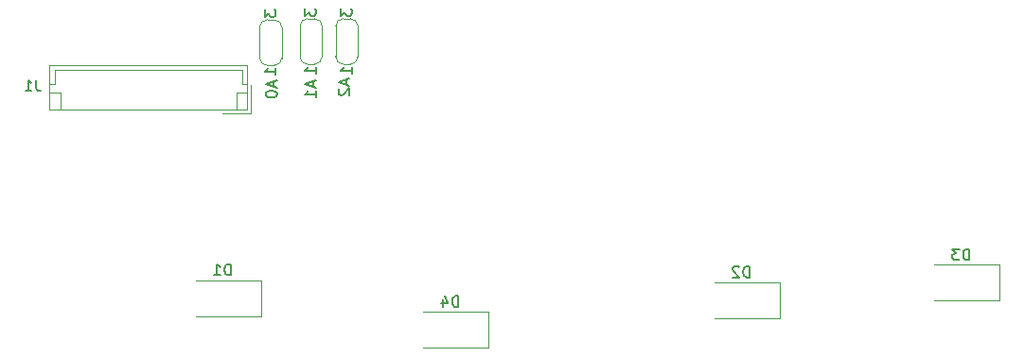
<source format=gbr>
%TF.GenerationSoftware,KiCad,Pcbnew,9.0.3*%
%TF.CreationDate,2025-10-14T20:44:30+02:00*%
%TF.ProjectId,esp32_blinds_controller,65737033-325f-4626-9c69-6e64735f636f,V0.3*%
%TF.SameCoordinates,Original*%
%TF.FileFunction,Legend,Bot*%
%TF.FilePolarity,Positive*%
%FSLAX46Y46*%
G04 Gerber Fmt 4.6, Leading zero omitted, Abs format (unit mm)*
G04 Created by KiCad (PCBNEW 9.0.3) date 2025-10-14 20:44:30*
%MOMM*%
%LPD*%
G01*
G04 APERTURE LIST*
%ADD10C,0.150000*%
%ADD11C,0.120000*%
G04 APERTURE END LIST*
D10*
X135669104Y-79785714D02*
X135669104Y-80261904D01*
X135954819Y-79690476D02*
X134954819Y-80023809D01*
X134954819Y-80023809D02*
X135954819Y-80357142D01*
X135954819Y-81214285D02*
X135954819Y-80642857D01*
X135954819Y-80928571D02*
X134954819Y-80928571D01*
X134954819Y-80928571D02*
X135097676Y-80833333D01*
X135097676Y-80833333D02*
X135192914Y-80738095D01*
X135192914Y-80738095D02*
X135240533Y-80642857D01*
X135954819Y-79085714D02*
X135954819Y-78514286D01*
X135954819Y-78800000D02*
X134954819Y-78800000D01*
X134954819Y-78800000D02*
X135097676Y-78704762D01*
X135097676Y-78704762D02*
X135192914Y-78609524D01*
X135192914Y-78609524D02*
X135240533Y-78514286D01*
X134954819Y-73266667D02*
X134954819Y-73885714D01*
X134954819Y-73885714D02*
X135335771Y-73552381D01*
X135335771Y-73552381D02*
X135335771Y-73695238D01*
X135335771Y-73695238D02*
X135383390Y-73790476D01*
X135383390Y-73790476D02*
X135431009Y-73838095D01*
X135431009Y-73838095D02*
X135526247Y-73885714D01*
X135526247Y-73885714D02*
X135764342Y-73885714D01*
X135764342Y-73885714D02*
X135859580Y-73838095D01*
X135859580Y-73838095D02*
X135907200Y-73790476D01*
X135907200Y-73790476D02*
X135954819Y-73695238D01*
X135954819Y-73695238D02*
X135954819Y-73409524D01*
X135954819Y-73409524D02*
X135907200Y-73314286D01*
X135907200Y-73314286D02*
X135859580Y-73266667D01*
X128338094Y-97154819D02*
X128338094Y-96154819D01*
X128338094Y-96154819D02*
X128099999Y-96154819D01*
X128099999Y-96154819D02*
X127957142Y-96202438D01*
X127957142Y-96202438D02*
X127861904Y-96297676D01*
X127861904Y-96297676D02*
X127814285Y-96392914D01*
X127814285Y-96392914D02*
X127766666Y-96583390D01*
X127766666Y-96583390D02*
X127766666Y-96726247D01*
X127766666Y-96726247D02*
X127814285Y-96916723D01*
X127814285Y-96916723D02*
X127861904Y-97011961D01*
X127861904Y-97011961D02*
X127957142Y-97107200D01*
X127957142Y-97107200D02*
X128099999Y-97154819D01*
X128099999Y-97154819D02*
X128338094Y-97154819D01*
X126814285Y-97154819D02*
X127385713Y-97154819D01*
X127099999Y-97154819D02*
X127099999Y-96154819D01*
X127099999Y-96154819D02*
X127195237Y-96297676D01*
X127195237Y-96297676D02*
X127290475Y-96392914D01*
X127290475Y-96392914D02*
X127385713Y-96440533D01*
X132169104Y-79785714D02*
X132169104Y-80261904D01*
X132454819Y-79690476D02*
X131454819Y-80023809D01*
X131454819Y-80023809D02*
X132454819Y-80357142D01*
X131454819Y-80880952D02*
X131454819Y-80976190D01*
X131454819Y-80976190D02*
X131502438Y-81071428D01*
X131502438Y-81071428D02*
X131550057Y-81119047D01*
X131550057Y-81119047D02*
X131645295Y-81166666D01*
X131645295Y-81166666D02*
X131835771Y-81214285D01*
X131835771Y-81214285D02*
X132073866Y-81214285D01*
X132073866Y-81214285D02*
X132264342Y-81166666D01*
X132264342Y-81166666D02*
X132359580Y-81119047D01*
X132359580Y-81119047D02*
X132407200Y-81071428D01*
X132407200Y-81071428D02*
X132454819Y-80976190D01*
X132454819Y-80976190D02*
X132454819Y-80880952D01*
X132454819Y-80880952D02*
X132407200Y-80785714D01*
X132407200Y-80785714D02*
X132359580Y-80738095D01*
X132359580Y-80738095D02*
X132264342Y-80690476D01*
X132264342Y-80690476D02*
X132073866Y-80642857D01*
X132073866Y-80642857D02*
X131835771Y-80642857D01*
X131835771Y-80642857D02*
X131645295Y-80690476D01*
X131645295Y-80690476D02*
X131550057Y-80738095D01*
X131550057Y-80738095D02*
X131502438Y-80785714D01*
X131502438Y-80785714D02*
X131454819Y-80880952D01*
X132354819Y-79185714D02*
X132354819Y-78614286D01*
X132354819Y-78900000D02*
X131354819Y-78900000D01*
X131354819Y-78900000D02*
X131497676Y-78804762D01*
X131497676Y-78804762D02*
X131592914Y-78709524D01*
X131592914Y-78709524D02*
X131640533Y-78614286D01*
X131354819Y-73366667D02*
X131354819Y-73985714D01*
X131354819Y-73985714D02*
X131735771Y-73652381D01*
X131735771Y-73652381D02*
X131735771Y-73795238D01*
X131735771Y-73795238D02*
X131783390Y-73890476D01*
X131783390Y-73890476D02*
X131831009Y-73938095D01*
X131831009Y-73938095D02*
X131926247Y-73985714D01*
X131926247Y-73985714D02*
X132164342Y-73985714D01*
X132164342Y-73985714D02*
X132259580Y-73938095D01*
X132259580Y-73938095D02*
X132307200Y-73890476D01*
X132307200Y-73890476D02*
X132354819Y-73795238D01*
X132354819Y-73795238D02*
X132354819Y-73509524D01*
X132354819Y-73509524D02*
X132307200Y-73414286D01*
X132307200Y-73414286D02*
X132259580Y-73366667D01*
X194413094Y-95794819D02*
X194413094Y-94794819D01*
X194413094Y-94794819D02*
X194174999Y-94794819D01*
X194174999Y-94794819D02*
X194032142Y-94842438D01*
X194032142Y-94842438D02*
X193936904Y-94937676D01*
X193936904Y-94937676D02*
X193889285Y-95032914D01*
X193889285Y-95032914D02*
X193841666Y-95223390D01*
X193841666Y-95223390D02*
X193841666Y-95366247D01*
X193841666Y-95366247D02*
X193889285Y-95556723D01*
X193889285Y-95556723D02*
X193936904Y-95651961D01*
X193936904Y-95651961D02*
X194032142Y-95747200D01*
X194032142Y-95747200D02*
X194174999Y-95794819D01*
X194174999Y-95794819D02*
X194413094Y-95794819D01*
X193508332Y-94794819D02*
X192889285Y-94794819D01*
X192889285Y-94794819D02*
X193222618Y-95175771D01*
X193222618Y-95175771D02*
X193079761Y-95175771D01*
X193079761Y-95175771D02*
X192984523Y-95223390D01*
X192984523Y-95223390D02*
X192936904Y-95271009D01*
X192936904Y-95271009D02*
X192889285Y-95366247D01*
X192889285Y-95366247D02*
X192889285Y-95604342D01*
X192889285Y-95604342D02*
X192936904Y-95699580D01*
X192936904Y-95699580D02*
X192984523Y-95747200D01*
X192984523Y-95747200D02*
X193079761Y-95794819D01*
X193079761Y-95794819D02*
X193365475Y-95794819D01*
X193365475Y-95794819D02*
X193460713Y-95747200D01*
X193460713Y-95747200D02*
X193508332Y-95699580D01*
X148693094Y-100009819D02*
X148693094Y-99009819D01*
X148693094Y-99009819D02*
X148454999Y-99009819D01*
X148454999Y-99009819D02*
X148312142Y-99057438D01*
X148312142Y-99057438D02*
X148216904Y-99152676D01*
X148216904Y-99152676D02*
X148169285Y-99247914D01*
X148169285Y-99247914D02*
X148121666Y-99438390D01*
X148121666Y-99438390D02*
X148121666Y-99581247D01*
X148121666Y-99581247D02*
X148169285Y-99771723D01*
X148169285Y-99771723D02*
X148216904Y-99866961D01*
X148216904Y-99866961D02*
X148312142Y-99962200D01*
X148312142Y-99962200D02*
X148454999Y-100009819D01*
X148454999Y-100009819D02*
X148693094Y-100009819D01*
X147264523Y-99343152D02*
X147264523Y-100009819D01*
X147502618Y-98962200D02*
X147740713Y-99676485D01*
X147740713Y-99676485D02*
X147121666Y-99676485D01*
X110933333Y-79654819D02*
X110933333Y-80369104D01*
X110933333Y-80369104D02*
X110980952Y-80511961D01*
X110980952Y-80511961D02*
X111076190Y-80607200D01*
X111076190Y-80607200D02*
X111219047Y-80654819D01*
X111219047Y-80654819D02*
X111314285Y-80654819D01*
X109933333Y-80654819D02*
X110504761Y-80654819D01*
X110219047Y-80654819D02*
X110219047Y-79654819D01*
X110219047Y-79654819D02*
X110314285Y-79797676D01*
X110314285Y-79797676D02*
X110409523Y-79892914D01*
X110409523Y-79892914D02*
X110504761Y-79940533D01*
X138669104Y-79585714D02*
X138669104Y-80061904D01*
X138954819Y-79490476D02*
X137954819Y-79823809D01*
X137954819Y-79823809D02*
X138954819Y-80157142D01*
X138050057Y-80442857D02*
X138002438Y-80490476D01*
X138002438Y-80490476D02*
X137954819Y-80585714D01*
X137954819Y-80585714D02*
X137954819Y-80823809D01*
X137954819Y-80823809D02*
X138002438Y-80919047D01*
X138002438Y-80919047D02*
X138050057Y-80966666D01*
X138050057Y-80966666D02*
X138145295Y-81014285D01*
X138145295Y-81014285D02*
X138240533Y-81014285D01*
X138240533Y-81014285D02*
X138383390Y-80966666D01*
X138383390Y-80966666D02*
X138954819Y-80395238D01*
X138954819Y-80395238D02*
X138954819Y-81014285D01*
X139154819Y-79085714D02*
X139154819Y-78514286D01*
X139154819Y-78800000D02*
X138154819Y-78800000D01*
X138154819Y-78800000D02*
X138297676Y-78704762D01*
X138297676Y-78704762D02*
X138392914Y-78609524D01*
X138392914Y-78609524D02*
X138440533Y-78514286D01*
X138154819Y-73266667D02*
X138154819Y-73885714D01*
X138154819Y-73885714D02*
X138535771Y-73552381D01*
X138535771Y-73552381D02*
X138535771Y-73695238D01*
X138535771Y-73695238D02*
X138583390Y-73790476D01*
X138583390Y-73790476D02*
X138631009Y-73838095D01*
X138631009Y-73838095D02*
X138726247Y-73885714D01*
X138726247Y-73885714D02*
X138964342Y-73885714D01*
X138964342Y-73885714D02*
X139059580Y-73838095D01*
X139059580Y-73838095D02*
X139107200Y-73790476D01*
X139107200Y-73790476D02*
X139154819Y-73695238D01*
X139154819Y-73695238D02*
X139154819Y-73409524D01*
X139154819Y-73409524D02*
X139107200Y-73314286D01*
X139107200Y-73314286D02*
X139059580Y-73266667D01*
X174738094Y-97354819D02*
X174738094Y-96354819D01*
X174738094Y-96354819D02*
X174499999Y-96354819D01*
X174499999Y-96354819D02*
X174357142Y-96402438D01*
X174357142Y-96402438D02*
X174261904Y-96497676D01*
X174261904Y-96497676D02*
X174214285Y-96592914D01*
X174214285Y-96592914D02*
X174166666Y-96783390D01*
X174166666Y-96783390D02*
X174166666Y-96926247D01*
X174166666Y-96926247D02*
X174214285Y-97116723D01*
X174214285Y-97116723D02*
X174261904Y-97211961D01*
X174261904Y-97211961D02*
X174357142Y-97307200D01*
X174357142Y-97307200D02*
X174499999Y-97354819D01*
X174499999Y-97354819D02*
X174738094Y-97354819D01*
X173785713Y-96450057D02*
X173738094Y-96402438D01*
X173738094Y-96402438D02*
X173642856Y-96354819D01*
X173642856Y-96354819D02*
X173404761Y-96354819D01*
X173404761Y-96354819D02*
X173309523Y-96402438D01*
X173309523Y-96402438D02*
X173261904Y-96450057D01*
X173261904Y-96450057D02*
X173214285Y-96545295D01*
X173214285Y-96545295D02*
X173214285Y-96640533D01*
X173214285Y-96640533D02*
X173261904Y-96783390D01*
X173261904Y-96783390D02*
X173833332Y-97354819D01*
X173833332Y-97354819D02*
X173214285Y-97354819D01*
D11*
%TO.C,A1*%
X134500000Y-77600000D02*
X134500000Y-74800000D01*
X135200000Y-74150000D02*
X135800000Y-74150000D01*
X135800000Y-78250000D02*
X135200000Y-78250000D01*
X136500000Y-74800000D02*
X136500000Y-77600000D01*
X134500000Y-74850000D02*
G75*
G02*
X135200000Y-74150000I700000J0D01*
G01*
X135200000Y-78250000D02*
G75*
G02*
X134500000Y-77550000I-1J699999D01*
G01*
X135800000Y-74150000D02*
G75*
G02*
X136500000Y-74850000I0J-700000D01*
G01*
X136500000Y-77550000D02*
G75*
G02*
X135800000Y-78250000I-699999J-1D01*
G01*
%TO.C,D1*%
X125200000Y-100810000D02*
X131010000Y-100810000D01*
X131010000Y-97590000D02*
X125200000Y-97590000D01*
X131010000Y-100810000D02*
X131010000Y-97590000D01*
%TO.C,A0*%
X130900000Y-77700000D02*
X130900000Y-74900000D01*
X131600000Y-74250000D02*
X132200000Y-74250000D01*
X132200000Y-78350000D02*
X131600000Y-78350000D01*
X132900000Y-74900000D02*
X132900000Y-77700000D01*
X130900000Y-74950000D02*
G75*
G02*
X131600000Y-74250000I700000J0D01*
G01*
X131600000Y-78350000D02*
G75*
G02*
X130900000Y-77650000I-1J699999D01*
G01*
X132200000Y-74250000D02*
G75*
G02*
X132900000Y-74950000I0J-700000D01*
G01*
X132900000Y-77650000D02*
G75*
G02*
X132200000Y-78350000I-699999J-1D01*
G01*
%TO.C,D3*%
X191275000Y-99450000D02*
X197085000Y-99450000D01*
X197085000Y-96230000D02*
X191275000Y-96230000D01*
X197085000Y-99450000D02*
X197085000Y-96230000D01*
%TO.C,D4*%
X145555000Y-103665000D02*
X151365000Y-103665000D01*
X151365000Y-100445000D02*
X145555000Y-100445000D01*
X151365000Y-103665000D02*
X151365000Y-100445000D01*
%TO.C,J1*%
X112090000Y-78290000D02*
X112090000Y-82310000D01*
X112090000Y-80000000D02*
X112590000Y-80000000D01*
X112090000Y-82310000D02*
X129810000Y-82310000D01*
X112590000Y-78790000D02*
X129310000Y-78790000D01*
X112590000Y-80000000D02*
X112590000Y-78790000D01*
X113090000Y-80810000D02*
X112090000Y-80810000D01*
X113090000Y-82310000D02*
X113090000Y-80810000D01*
X127610000Y-82610000D02*
X130110000Y-82610000D01*
X128810000Y-80810000D02*
X129810000Y-80810000D01*
X128810000Y-82310000D02*
X128810000Y-80810000D01*
X129310000Y-78790000D02*
X129310000Y-80000000D01*
X129310000Y-80000000D02*
X129810000Y-80000000D01*
X129810000Y-78290000D02*
X112090000Y-78290000D01*
X129810000Y-82310000D02*
X129810000Y-78290000D01*
X130110000Y-82610000D02*
X130110000Y-80110000D01*
%TO.C,A2*%
X137700000Y-77600000D02*
X137700000Y-74800000D01*
X138400000Y-74150000D02*
X139000000Y-74150000D01*
X139000000Y-78250000D02*
X138400000Y-78250000D01*
X139700000Y-74800000D02*
X139700000Y-77600000D01*
X137700000Y-74850000D02*
G75*
G02*
X138400000Y-74150000I700000J0D01*
G01*
X138400000Y-78250000D02*
G75*
G02*
X137700000Y-77550000I-1J699999D01*
G01*
X139000000Y-74150000D02*
G75*
G02*
X139700000Y-74850000I0J-700000D01*
G01*
X139700000Y-77550000D02*
G75*
G02*
X139000000Y-78250000I-699999J-1D01*
G01*
%TO.C,D2*%
X171600000Y-101010000D02*
X177410000Y-101010000D01*
X177410000Y-97790000D02*
X171600000Y-97790000D01*
X177410000Y-101010000D02*
X177410000Y-97790000D01*
%TD*%
%LPC*%
G36*
X109994517Y-124922882D02*
G01*
X110011062Y-124933938D01*
X110022118Y-124950483D01*
X110026000Y-124970000D01*
X110026000Y-127570000D01*
X110022118Y-127589517D01*
X110011062Y-127606062D01*
X109994517Y-127617118D01*
X109975000Y-127621000D01*
X107375000Y-127621000D01*
X107355483Y-127617118D01*
X107338938Y-127606062D01*
X107327882Y-127589517D01*
X107324000Y-127570000D01*
X107324000Y-124970000D01*
X107327882Y-124950483D01*
X107338938Y-124933938D01*
X107355483Y-124922882D01*
X107375000Y-124919000D01*
X109975000Y-124919000D01*
X109994517Y-124922882D01*
G37*
G36*
X159994517Y-124922882D02*
G01*
X160011062Y-124933938D01*
X160022118Y-124950483D01*
X160026000Y-124970000D01*
X160026000Y-127570000D01*
X160022118Y-127589517D01*
X160011062Y-127606062D01*
X159994517Y-127617118D01*
X159975000Y-127621000D01*
X157375000Y-127621000D01*
X157355483Y-127617118D01*
X157338938Y-127606062D01*
X157327882Y-127589517D01*
X157324000Y-127570000D01*
X157324000Y-124970000D01*
X157327882Y-124950483D01*
X157338938Y-124933938D01*
X157355483Y-124922882D01*
X157375000Y-124919000D01*
X159975000Y-124919000D01*
X159994517Y-124922882D01*
G37*
G36*
X113990385Y-124956328D02*
G01*
X114192005Y-125021839D01*
X114380896Y-125118083D01*
X114552404Y-125242692D01*
X114702308Y-125392596D01*
X114826917Y-125564104D01*
X114923161Y-125752995D01*
X114988672Y-125954615D01*
X115021835Y-126164002D01*
X115021835Y-126375998D01*
X114988672Y-126585385D01*
X114923161Y-126787005D01*
X114826917Y-126975896D01*
X114702308Y-127147404D01*
X114552404Y-127297308D01*
X114380896Y-127421917D01*
X114192005Y-127518161D01*
X113990385Y-127583672D01*
X113780998Y-127616835D01*
X113569002Y-127616835D01*
X113359615Y-127583672D01*
X113157995Y-127518161D01*
X112969104Y-127421917D01*
X112797596Y-127297308D01*
X112647692Y-127147404D01*
X112523083Y-126975896D01*
X112426839Y-126787005D01*
X112361328Y-126585385D01*
X112328165Y-126375998D01*
X112328165Y-126164002D01*
X112361328Y-125954615D01*
X112426839Y-125752995D01*
X112523083Y-125564104D01*
X112647692Y-125392596D01*
X112797596Y-125242692D01*
X112969104Y-125118083D01*
X113157995Y-125021839D01*
X113359615Y-124956328D01*
X113569002Y-124923165D01*
X113780998Y-124923165D01*
X113990385Y-124956328D01*
G37*
G36*
X118990385Y-124956328D02*
G01*
X119192005Y-125021839D01*
X119380896Y-125118083D01*
X119552404Y-125242692D01*
X119702308Y-125392596D01*
X119826917Y-125564104D01*
X119923161Y-125752995D01*
X119988672Y-125954615D01*
X120021835Y-126164002D01*
X120021835Y-126375998D01*
X119988672Y-126585385D01*
X119923161Y-126787005D01*
X119826917Y-126975896D01*
X119702308Y-127147404D01*
X119552404Y-127297308D01*
X119380896Y-127421917D01*
X119192005Y-127518161D01*
X118990385Y-127583672D01*
X118780998Y-127616835D01*
X118569002Y-127616835D01*
X118359615Y-127583672D01*
X118157995Y-127518161D01*
X117969104Y-127421917D01*
X117797596Y-127297308D01*
X117647692Y-127147404D01*
X117523083Y-126975896D01*
X117426839Y-126787005D01*
X117361328Y-126585385D01*
X117328165Y-126375998D01*
X117328165Y-126164002D01*
X117361328Y-125954615D01*
X117426839Y-125752995D01*
X117523083Y-125564104D01*
X117647692Y-125392596D01*
X117797596Y-125242692D01*
X117969104Y-125118083D01*
X118157995Y-125021839D01*
X118359615Y-124956328D01*
X118569002Y-124923165D01*
X118780998Y-124923165D01*
X118990385Y-124956328D01*
G37*
G36*
X123990385Y-124956328D02*
G01*
X124192005Y-125021839D01*
X124380896Y-125118083D01*
X124552404Y-125242692D01*
X124702308Y-125392596D01*
X124826917Y-125564104D01*
X124923161Y-125752995D01*
X124988672Y-125954615D01*
X125021835Y-126164002D01*
X125021835Y-126375998D01*
X124988672Y-126585385D01*
X124923161Y-126787005D01*
X124826917Y-126975896D01*
X124702308Y-127147404D01*
X124552404Y-127297308D01*
X124380896Y-127421917D01*
X124192005Y-127518161D01*
X123990385Y-127583672D01*
X123780998Y-127616835D01*
X123569002Y-127616835D01*
X123359615Y-127583672D01*
X123157995Y-127518161D01*
X122969104Y-127421917D01*
X122797596Y-127297308D01*
X122647692Y-127147404D01*
X122523083Y-126975896D01*
X122426839Y-126787005D01*
X122361328Y-126585385D01*
X122328165Y-126375998D01*
X122328165Y-126164002D01*
X122361328Y-125954615D01*
X122426839Y-125752995D01*
X122523083Y-125564104D01*
X122647692Y-125392596D01*
X122797596Y-125242692D01*
X122969104Y-125118083D01*
X123157995Y-125021839D01*
X123359615Y-124956328D01*
X123569002Y-124923165D01*
X123780998Y-124923165D01*
X123990385Y-124956328D01*
G37*
G36*
X128990385Y-124956328D02*
G01*
X129192005Y-125021839D01*
X129380896Y-125118083D01*
X129552404Y-125242692D01*
X129702308Y-125392596D01*
X129826917Y-125564104D01*
X129923161Y-125752995D01*
X129988672Y-125954615D01*
X130021835Y-126164002D01*
X130021835Y-126375998D01*
X129988672Y-126585385D01*
X129923161Y-126787005D01*
X129826917Y-126975896D01*
X129702308Y-127147404D01*
X129552404Y-127297308D01*
X129380896Y-127421917D01*
X129192005Y-127518161D01*
X128990385Y-127583672D01*
X128780998Y-127616835D01*
X128569002Y-127616835D01*
X128359615Y-127583672D01*
X128157995Y-127518161D01*
X127969104Y-127421917D01*
X127797596Y-127297308D01*
X127647692Y-127147404D01*
X127523083Y-126975896D01*
X127426839Y-126787005D01*
X127361328Y-126585385D01*
X127328165Y-126375998D01*
X127328165Y-126164002D01*
X127361328Y-125954615D01*
X127426839Y-125752995D01*
X127523083Y-125564104D01*
X127647692Y-125392596D01*
X127797596Y-125242692D01*
X127969104Y-125118083D01*
X128157995Y-125021839D01*
X128359615Y-124956328D01*
X128569002Y-124923165D01*
X128780998Y-124923165D01*
X128990385Y-124956328D01*
G37*
G36*
X133990385Y-124956328D02*
G01*
X134192005Y-125021839D01*
X134380896Y-125118083D01*
X134552404Y-125242692D01*
X134702308Y-125392596D01*
X134826917Y-125564104D01*
X134923161Y-125752995D01*
X134988672Y-125954615D01*
X135021835Y-126164002D01*
X135021835Y-126375998D01*
X134988672Y-126585385D01*
X134923161Y-126787005D01*
X134826917Y-126975896D01*
X134702308Y-127147404D01*
X134552404Y-127297308D01*
X134380896Y-127421917D01*
X134192005Y-127518161D01*
X133990385Y-127583672D01*
X133780998Y-127616835D01*
X133569002Y-127616835D01*
X133359615Y-127583672D01*
X133157995Y-127518161D01*
X132969104Y-127421917D01*
X132797596Y-127297308D01*
X132647692Y-127147404D01*
X132523083Y-126975896D01*
X132426839Y-126787005D01*
X132361328Y-126585385D01*
X132328165Y-126375998D01*
X132328165Y-126164002D01*
X132361328Y-125954615D01*
X132426839Y-125752995D01*
X132523083Y-125564104D01*
X132647692Y-125392596D01*
X132797596Y-125242692D01*
X132969104Y-125118083D01*
X133157995Y-125021839D01*
X133359615Y-124956328D01*
X133569002Y-124923165D01*
X133780998Y-124923165D01*
X133990385Y-124956328D01*
G37*
G36*
X138990385Y-124956328D02*
G01*
X139192005Y-125021839D01*
X139380896Y-125118083D01*
X139552404Y-125242692D01*
X139702308Y-125392596D01*
X139826917Y-125564104D01*
X139923161Y-125752995D01*
X139988672Y-125954615D01*
X140021835Y-126164002D01*
X140021835Y-126375998D01*
X139988672Y-126585385D01*
X139923161Y-126787005D01*
X139826917Y-126975896D01*
X139702308Y-127147404D01*
X139552404Y-127297308D01*
X139380896Y-127421917D01*
X139192005Y-127518161D01*
X138990385Y-127583672D01*
X138780998Y-127616835D01*
X138569002Y-127616835D01*
X138359615Y-127583672D01*
X138157995Y-127518161D01*
X137969104Y-127421917D01*
X137797596Y-127297308D01*
X137647692Y-127147404D01*
X137523083Y-126975896D01*
X137426839Y-126787005D01*
X137361328Y-126585385D01*
X137328165Y-126375998D01*
X137328165Y-126164002D01*
X137361328Y-125954615D01*
X137426839Y-125752995D01*
X137523083Y-125564104D01*
X137647692Y-125392596D01*
X137797596Y-125242692D01*
X137969104Y-125118083D01*
X138157995Y-125021839D01*
X138359615Y-124956328D01*
X138569002Y-124923165D01*
X138780998Y-124923165D01*
X138990385Y-124956328D01*
G37*
G36*
X143990385Y-124956328D02*
G01*
X144192005Y-125021839D01*
X144380896Y-125118083D01*
X144552404Y-125242692D01*
X144702308Y-125392596D01*
X144826917Y-125564104D01*
X144923161Y-125752995D01*
X144988672Y-125954615D01*
X145021835Y-126164002D01*
X145021835Y-126375998D01*
X144988672Y-126585385D01*
X144923161Y-126787005D01*
X144826917Y-126975896D01*
X144702308Y-127147404D01*
X144552404Y-127297308D01*
X144380896Y-127421917D01*
X144192005Y-127518161D01*
X143990385Y-127583672D01*
X143780998Y-127616835D01*
X143569002Y-127616835D01*
X143359615Y-127583672D01*
X143157995Y-127518161D01*
X142969104Y-127421917D01*
X142797596Y-127297308D01*
X142647692Y-127147404D01*
X142523083Y-126975896D01*
X142426839Y-126787005D01*
X142361328Y-126585385D01*
X142328165Y-126375998D01*
X142328165Y-126164002D01*
X142361328Y-125954615D01*
X142426839Y-125752995D01*
X142523083Y-125564104D01*
X142647692Y-125392596D01*
X142797596Y-125242692D01*
X142969104Y-125118083D01*
X143157995Y-125021839D01*
X143359615Y-124956328D01*
X143569002Y-124923165D01*
X143780998Y-124923165D01*
X143990385Y-124956328D01*
G37*
G36*
X163990385Y-124956328D02*
G01*
X164192005Y-125021839D01*
X164380896Y-125118083D01*
X164552404Y-125242692D01*
X164702308Y-125392596D01*
X164826917Y-125564104D01*
X164923161Y-125752995D01*
X164988672Y-125954615D01*
X165021835Y-126164002D01*
X165021835Y-126375998D01*
X164988672Y-126585385D01*
X164923161Y-126787005D01*
X164826917Y-126975896D01*
X164702308Y-127147404D01*
X164552404Y-127297308D01*
X164380896Y-127421917D01*
X164192005Y-127518161D01*
X163990385Y-127583672D01*
X163780998Y-127616835D01*
X163569002Y-127616835D01*
X163359615Y-127583672D01*
X163157995Y-127518161D01*
X162969104Y-127421917D01*
X162797596Y-127297308D01*
X162647692Y-127147404D01*
X162523083Y-126975896D01*
X162426839Y-126787005D01*
X162361328Y-126585385D01*
X162328165Y-126375998D01*
X162328165Y-126164002D01*
X162361328Y-125954615D01*
X162426839Y-125752995D01*
X162523083Y-125564104D01*
X162647692Y-125392596D01*
X162797596Y-125242692D01*
X162969104Y-125118083D01*
X163157995Y-125021839D01*
X163359615Y-124956328D01*
X163569002Y-124923165D01*
X163780998Y-124923165D01*
X163990385Y-124956328D01*
G37*
G36*
X168990385Y-124956328D02*
G01*
X169192005Y-125021839D01*
X169380896Y-125118083D01*
X169552404Y-125242692D01*
X169702308Y-125392596D01*
X169826917Y-125564104D01*
X169923161Y-125752995D01*
X169988672Y-125954615D01*
X170021835Y-126164002D01*
X170021835Y-126375998D01*
X169988672Y-126585385D01*
X169923161Y-126787005D01*
X169826917Y-126975896D01*
X169702308Y-127147404D01*
X169552404Y-127297308D01*
X169380896Y-127421917D01*
X169192005Y-127518161D01*
X168990385Y-127583672D01*
X168780998Y-127616835D01*
X168569002Y-127616835D01*
X168359615Y-127583672D01*
X168157995Y-127518161D01*
X167969104Y-127421917D01*
X167797596Y-127297308D01*
X167647692Y-127147404D01*
X167523083Y-126975896D01*
X167426839Y-126787005D01*
X167361328Y-126585385D01*
X167328165Y-126375998D01*
X167328165Y-126164002D01*
X167361328Y-125954615D01*
X167426839Y-125752995D01*
X167523083Y-125564104D01*
X167647692Y-125392596D01*
X167797596Y-125242692D01*
X167969104Y-125118083D01*
X168157995Y-125021839D01*
X168359615Y-124956328D01*
X168569002Y-124923165D01*
X168780998Y-124923165D01*
X168990385Y-124956328D01*
G37*
G36*
X173990385Y-124956328D02*
G01*
X174192005Y-125021839D01*
X174380896Y-125118083D01*
X174552404Y-125242692D01*
X174702308Y-125392596D01*
X174826917Y-125564104D01*
X174923161Y-125752995D01*
X174988672Y-125954615D01*
X175021835Y-126164002D01*
X175021835Y-126375998D01*
X174988672Y-126585385D01*
X174923161Y-126787005D01*
X174826917Y-126975896D01*
X174702308Y-127147404D01*
X174552404Y-127297308D01*
X174380896Y-127421917D01*
X174192005Y-127518161D01*
X173990385Y-127583672D01*
X173780998Y-127616835D01*
X173569002Y-127616835D01*
X173359615Y-127583672D01*
X173157995Y-127518161D01*
X172969104Y-127421917D01*
X172797596Y-127297308D01*
X172647692Y-127147404D01*
X172523083Y-126975896D01*
X172426839Y-126787005D01*
X172361328Y-126585385D01*
X172328165Y-126375998D01*
X172328165Y-126164002D01*
X172361328Y-125954615D01*
X172426839Y-125752995D01*
X172523083Y-125564104D01*
X172647692Y-125392596D01*
X172797596Y-125242692D01*
X172969104Y-125118083D01*
X173157995Y-125021839D01*
X173359615Y-124956328D01*
X173569002Y-124923165D01*
X173780998Y-124923165D01*
X173990385Y-124956328D01*
G37*
G36*
X178990385Y-124956328D02*
G01*
X179192005Y-125021839D01*
X179380896Y-125118083D01*
X179552404Y-125242692D01*
X179702308Y-125392596D01*
X179826917Y-125564104D01*
X179923161Y-125752995D01*
X179988672Y-125954615D01*
X180021835Y-126164002D01*
X180021835Y-126375998D01*
X179988672Y-126585385D01*
X179923161Y-126787005D01*
X179826917Y-126975896D01*
X179702308Y-127147404D01*
X179552404Y-127297308D01*
X179380896Y-127421917D01*
X179192005Y-127518161D01*
X178990385Y-127583672D01*
X178780998Y-127616835D01*
X178569002Y-127616835D01*
X178359615Y-127583672D01*
X178157995Y-127518161D01*
X177969104Y-127421917D01*
X177797596Y-127297308D01*
X177647692Y-127147404D01*
X177523083Y-126975896D01*
X177426839Y-126787005D01*
X177361328Y-126585385D01*
X177328165Y-126375998D01*
X177328165Y-126164002D01*
X177361328Y-125954615D01*
X177426839Y-125752995D01*
X177523083Y-125564104D01*
X177647692Y-125392596D01*
X177797596Y-125242692D01*
X177969104Y-125118083D01*
X178157995Y-125021839D01*
X178359615Y-124956328D01*
X178569002Y-124923165D01*
X178780998Y-124923165D01*
X178990385Y-124956328D01*
G37*
G36*
X183990385Y-124956328D02*
G01*
X184192005Y-125021839D01*
X184380896Y-125118083D01*
X184552404Y-125242692D01*
X184702308Y-125392596D01*
X184826917Y-125564104D01*
X184923161Y-125752995D01*
X184988672Y-125954615D01*
X185021835Y-126164002D01*
X185021835Y-126375998D01*
X184988672Y-126585385D01*
X184923161Y-126787005D01*
X184826917Y-126975896D01*
X184702308Y-127147404D01*
X184552404Y-127297308D01*
X184380896Y-127421917D01*
X184192005Y-127518161D01*
X183990385Y-127583672D01*
X183780998Y-127616835D01*
X183569002Y-127616835D01*
X183359615Y-127583672D01*
X183157995Y-127518161D01*
X182969104Y-127421917D01*
X182797596Y-127297308D01*
X182647692Y-127147404D01*
X182523083Y-126975896D01*
X182426839Y-126787005D01*
X182361328Y-126585385D01*
X182328165Y-126375998D01*
X182328165Y-126164002D01*
X182361328Y-125954615D01*
X182426839Y-125752995D01*
X182523083Y-125564104D01*
X182647692Y-125392596D01*
X182797596Y-125242692D01*
X182969104Y-125118083D01*
X183157995Y-125021839D01*
X183359615Y-124956328D01*
X183569002Y-124923165D01*
X183780998Y-124923165D01*
X183990385Y-124956328D01*
G37*
G36*
X188990385Y-124956328D02*
G01*
X189192005Y-125021839D01*
X189380896Y-125118083D01*
X189552404Y-125242692D01*
X189702308Y-125392596D01*
X189826917Y-125564104D01*
X189923161Y-125752995D01*
X189988672Y-125954615D01*
X190021835Y-126164002D01*
X190021835Y-126375998D01*
X189988672Y-126585385D01*
X189923161Y-126787005D01*
X189826917Y-126975896D01*
X189702308Y-127147404D01*
X189552404Y-127297308D01*
X189380896Y-127421917D01*
X189192005Y-127518161D01*
X188990385Y-127583672D01*
X188780998Y-127616835D01*
X188569002Y-127616835D01*
X188359615Y-127583672D01*
X188157995Y-127518161D01*
X187969104Y-127421917D01*
X187797596Y-127297308D01*
X187647692Y-127147404D01*
X187523083Y-126975896D01*
X187426839Y-126787005D01*
X187361328Y-126585385D01*
X187328165Y-126375998D01*
X187328165Y-126164002D01*
X187361328Y-125954615D01*
X187426839Y-125752995D01*
X187523083Y-125564104D01*
X187647692Y-125392596D01*
X187797596Y-125242692D01*
X187969104Y-125118083D01*
X188157995Y-125021839D01*
X188359615Y-124956328D01*
X188569002Y-124923165D01*
X188780998Y-124923165D01*
X188990385Y-124956328D01*
G37*
G36*
X193990385Y-124956328D02*
G01*
X194192005Y-125021839D01*
X194380896Y-125118083D01*
X194552404Y-125242692D01*
X194702308Y-125392596D01*
X194826917Y-125564104D01*
X194923161Y-125752995D01*
X194988672Y-125954615D01*
X195021835Y-126164002D01*
X195021835Y-126375998D01*
X194988672Y-126585385D01*
X194923161Y-126787005D01*
X194826917Y-126975896D01*
X194702308Y-127147404D01*
X194552404Y-127297308D01*
X194380896Y-127421917D01*
X194192005Y-127518161D01*
X193990385Y-127583672D01*
X193780998Y-127616835D01*
X193569002Y-127616835D01*
X193359615Y-127583672D01*
X193157995Y-127518161D01*
X192969104Y-127421917D01*
X192797596Y-127297308D01*
X192647692Y-127147404D01*
X192523083Y-126975896D01*
X192426839Y-126787005D01*
X192361328Y-126585385D01*
X192328165Y-126375998D01*
X192328165Y-126164002D01*
X192361328Y-125954615D01*
X192426839Y-125752995D01*
X192523083Y-125564104D01*
X192647692Y-125392596D01*
X192797596Y-125242692D01*
X192969104Y-125118083D01*
X193157995Y-125021839D01*
X193359615Y-124956328D01*
X193569002Y-124923165D01*
X193780998Y-124923165D01*
X193990385Y-124956328D01*
G37*
G36*
X105686061Y-114362108D02*
G01*
X106019625Y-114438241D01*
X106342567Y-114551244D01*
X106650826Y-114699693D01*
X106940526Y-114881724D01*
X107208023Y-115095046D01*
X107449954Y-115336977D01*
X107663276Y-115604474D01*
X107845307Y-115894174D01*
X107993756Y-116202433D01*
X108106759Y-116525375D01*
X108182892Y-116858939D01*
X108221200Y-117198929D01*
X108221200Y-117541071D01*
X108182892Y-117881061D01*
X108106759Y-118214625D01*
X107993756Y-118537567D01*
X107845307Y-118845826D01*
X107663276Y-119135526D01*
X107449954Y-119403023D01*
X107208023Y-119644954D01*
X106940526Y-119858276D01*
X106650826Y-120040307D01*
X106342567Y-120188756D01*
X106019625Y-120301759D01*
X105686061Y-120377892D01*
X105346071Y-120416200D01*
X105003929Y-120416200D01*
X104663939Y-120377892D01*
X104330375Y-120301759D01*
X104007433Y-120188756D01*
X103699174Y-120040307D01*
X103409474Y-119858276D01*
X103141977Y-119644954D01*
X102900046Y-119403023D01*
X102686724Y-119135526D01*
X102504693Y-118845826D01*
X102356244Y-118537567D01*
X102243241Y-118214625D01*
X102167108Y-117881061D01*
X102128800Y-117541071D01*
X102128800Y-117198929D01*
X102167108Y-116858939D01*
X102243241Y-116525375D01*
X102356244Y-116202433D01*
X102504693Y-115894174D01*
X102686724Y-115604474D01*
X102900046Y-115336977D01*
X103141977Y-115095046D01*
X103409474Y-114881724D01*
X103699174Y-114699693D01*
X104007433Y-114551244D01*
X104330375Y-114438241D01*
X104663939Y-114362108D01*
X105003929Y-114323800D01*
X105346071Y-114323800D01*
X105686061Y-114362108D01*
G37*
G36*
X197686061Y-114362108D02*
G01*
X198019625Y-114438241D01*
X198342567Y-114551244D01*
X198650826Y-114699693D01*
X198940526Y-114881724D01*
X199208023Y-115095046D01*
X199449954Y-115336977D01*
X199663276Y-115604474D01*
X199845307Y-115894174D01*
X199993756Y-116202433D01*
X200106759Y-116525375D01*
X200182892Y-116858939D01*
X200221200Y-117198929D01*
X200221200Y-117541071D01*
X200182892Y-117881061D01*
X200106759Y-118214625D01*
X199993756Y-118537567D01*
X199845307Y-118845826D01*
X199663276Y-119135526D01*
X199449954Y-119403023D01*
X199208023Y-119644954D01*
X198940526Y-119858276D01*
X198650826Y-120040307D01*
X198342567Y-120188756D01*
X198019625Y-120301759D01*
X197686061Y-120377892D01*
X197346071Y-120416200D01*
X197003929Y-120416200D01*
X196663939Y-120377892D01*
X196330375Y-120301759D01*
X196007433Y-120188756D01*
X195699174Y-120040307D01*
X195409474Y-119858276D01*
X195141977Y-119644954D01*
X194900046Y-119403023D01*
X194686724Y-119135526D01*
X194504693Y-118845826D01*
X194356244Y-118537567D01*
X194243241Y-118214625D01*
X194167108Y-117881061D01*
X194128800Y-117541071D01*
X194128800Y-117198929D01*
X194167108Y-116858939D01*
X194243241Y-116525375D01*
X194356244Y-116202433D01*
X194504693Y-115894174D01*
X194686724Y-115604474D01*
X194900046Y-115336977D01*
X195141977Y-115095046D01*
X195409474Y-114881724D01*
X195699174Y-114699693D01*
X196007433Y-114551244D01*
X196330375Y-114438241D01*
X196663939Y-114362108D01*
X197003929Y-114323800D01*
X197346071Y-114323800D01*
X197686061Y-114362108D01*
G37*
G36*
X112653712Y-113334947D02*
G01*
X112847871Y-113398033D01*
X113029771Y-113490715D01*
X113194932Y-113610712D01*
X113339288Y-113755068D01*
X113459285Y-113920229D01*
X113551967Y-114102129D01*
X113615053Y-114296288D01*
X113646989Y-114497925D01*
X113646989Y-114702075D01*
X113615053Y-114903712D01*
X113551967Y-115097871D01*
X113459285Y-115279771D01*
X113339288Y-115444932D01*
X113194932Y-115589288D01*
X113029771Y-115709285D01*
X112847871Y-115801967D01*
X112653712Y-115865053D01*
X112452075Y-115896989D01*
X112247925Y-115896989D01*
X112046288Y-115865053D01*
X111852129Y-115801967D01*
X111670229Y-115709285D01*
X111505068Y-115589288D01*
X111360712Y-115444932D01*
X111240715Y-115279771D01*
X111148033Y-115097871D01*
X111084947Y-114903712D01*
X111053011Y-114702075D01*
X111053011Y-114497925D01*
X111084947Y-114296288D01*
X111148033Y-114102129D01*
X111240715Y-113920229D01*
X111360712Y-113755068D01*
X111505068Y-113610712D01*
X111670229Y-113490715D01*
X111852129Y-113398033D01*
X112046288Y-113334947D01*
X112247925Y-113303011D01*
X112452075Y-113303011D01*
X112653712Y-113334947D01*
G37*
G36*
X124653712Y-113334947D02*
G01*
X124847871Y-113398033D01*
X125029771Y-113490715D01*
X125194932Y-113610712D01*
X125339288Y-113755068D01*
X125459285Y-113920229D01*
X125551967Y-114102129D01*
X125615053Y-114296288D01*
X125646989Y-114497925D01*
X125646989Y-114702075D01*
X125615053Y-114903712D01*
X125551967Y-115097871D01*
X125459285Y-115279771D01*
X125339288Y-115444932D01*
X125194932Y-115589288D01*
X125029771Y-115709285D01*
X124847871Y-115801967D01*
X124653712Y-115865053D01*
X124452075Y-115896989D01*
X124247925Y-115896989D01*
X124046288Y-115865053D01*
X123852129Y-115801967D01*
X123670229Y-115709285D01*
X123505068Y-115589288D01*
X123360712Y-115444932D01*
X123240715Y-115279771D01*
X123148033Y-115097871D01*
X123084947Y-114903712D01*
X123053011Y-114702075D01*
X123053011Y-114497925D01*
X123084947Y-114296288D01*
X123148033Y-114102129D01*
X123240715Y-113920229D01*
X123360712Y-113755068D01*
X123505068Y-113610712D01*
X123670229Y-113490715D01*
X123852129Y-113398033D01*
X124046288Y-113334947D01*
X124247925Y-113303011D01*
X124452075Y-113303011D01*
X124653712Y-113334947D01*
G37*
G36*
X131553712Y-113334947D02*
G01*
X131747871Y-113398033D01*
X131929771Y-113490715D01*
X132094932Y-113610712D01*
X132239288Y-113755068D01*
X132359285Y-113920229D01*
X132451967Y-114102129D01*
X132515053Y-114296288D01*
X132546989Y-114497925D01*
X132546989Y-114702075D01*
X132515053Y-114903712D01*
X132451967Y-115097871D01*
X132359285Y-115279771D01*
X132239288Y-115444932D01*
X132094932Y-115589288D01*
X131929771Y-115709285D01*
X131747871Y-115801967D01*
X131553712Y-115865053D01*
X131352075Y-115896989D01*
X131147925Y-115896989D01*
X130946288Y-115865053D01*
X130752129Y-115801967D01*
X130570229Y-115709285D01*
X130405068Y-115589288D01*
X130260712Y-115444932D01*
X130140715Y-115279771D01*
X130048033Y-115097871D01*
X129984947Y-114903712D01*
X129953011Y-114702075D01*
X129953011Y-114497925D01*
X129984947Y-114296288D01*
X130048033Y-114102129D01*
X130140715Y-113920229D01*
X130260712Y-113755068D01*
X130405068Y-113610712D01*
X130570229Y-113490715D01*
X130752129Y-113398033D01*
X130946288Y-113334947D01*
X131147925Y-113303011D01*
X131352075Y-113303011D01*
X131553712Y-113334947D01*
G37*
G36*
X143553712Y-113334947D02*
G01*
X143747871Y-113398033D01*
X143929771Y-113490715D01*
X144094932Y-113610712D01*
X144239288Y-113755068D01*
X144359285Y-113920229D01*
X144451967Y-114102129D01*
X144515053Y-114296288D01*
X144546989Y-114497925D01*
X144546989Y-114702075D01*
X144515053Y-114903712D01*
X144451967Y-115097871D01*
X144359285Y-115279771D01*
X144239288Y-115444932D01*
X144094932Y-115589288D01*
X143929771Y-115709285D01*
X143747871Y-115801967D01*
X143553712Y-115865053D01*
X143352075Y-115896989D01*
X143147925Y-115896989D01*
X142946288Y-115865053D01*
X142752129Y-115801967D01*
X142570229Y-115709285D01*
X142405068Y-115589288D01*
X142260712Y-115444932D01*
X142140715Y-115279771D01*
X142048033Y-115097871D01*
X141984947Y-114903712D01*
X141953011Y-114702075D01*
X141953011Y-114497925D01*
X141984947Y-114296288D01*
X142048033Y-114102129D01*
X142140715Y-113920229D01*
X142260712Y-113755068D01*
X142405068Y-113610712D01*
X142570229Y-113490715D01*
X142752129Y-113398033D01*
X142946288Y-113334947D01*
X143147925Y-113303011D01*
X143352075Y-113303011D01*
X143553712Y-113334947D01*
G37*
G36*
X159053712Y-113334947D02*
G01*
X159247871Y-113398033D01*
X159429771Y-113490715D01*
X159594932Y-113610712D01*
X159739288Y-113755068D01*
X159859285Y-113920229D01*
X159951967Y-114102129D01*
X160015053Y-114296288D01*
X160046989Y-114497925D01*
X160046989Y-114702075D01*
X160015053Y-114903712D01*
X159951967Y-115097871D01*
X159859285Y-115279771D01*
X159739288Y-115444932D01*
X159594932Y-115589288D01*
X159429771Y-115709285D01*
X159247871Y-115801967D01*
X159053712Y-115865053D01*
X158852075Y-115896989D01*
X158647925Y-115896989D01*
X158446288Y-115865053D01*
X158252129Y-115801967D01*
X158070229Y-115709285D01*
X157905068Y-115589288D01*
X157760712Y-115444932D01*
X157640715Y-115279771D01*
X157548033Y-115097871D01*
X157484947Y-114903712D01*
X157453011Y-114702075D01*
X157453011Y-114497925D01*
X157484947Y-114296288D01*
X157548033Y-114102129D01*
X157640715Y-113920229D01*
X157760712Y-113755068D01*
X157905068Y-113610712D01*
X158070229Y-113490715D01*
X158252129Y-113398033D01*
X158446288Y-113334947D01*
X158647925Y-113303011D01*
X158852075Y-113303011D01*
X159053712Y-113334947D01*
G37*
G36*
X171053712Y-113334947D02*
G01*
X171247871Y-113398033D01*
X171429771Y-113490715D01*
X171594932Y-113610712D01*
X171739288Y-113755068D01*
X171859285Y-113920229D01*
X171951967Y-114102129D01*
X172015053Y-114296288D01*
X172046989Y-114497925D01*
X172046989Y-114702075D01*
X172015053Y-114903712D01*
X171951967Y-115097871D01*
X171859285Y-115279771D01*
X171739288Y-115444932D01*
X171594932Y-115589288D01*
X171429771Y-115709285D01*
X171247871Y-115801967D01*
X171053712Y-115865053D01*
X170852075Y-115896989D01*
X170647925Y-115896989D01*
X170446288Y-115865053D01*
X170252129Y-115801967D01*
X170070229Y-115709285D01*
X169905068Y-115589288D01*
X169760712Y-115444932D01*
X169640715Y-115279771D01*
X169548033Y-115097871D01*
X169484947Y-114903712D01*
X169453011Y-114702075D01*
X169453011Y-114497925D01*
X169484947Y-114296288D01*
X169548033Y-114102129D01*
X169640715Y-113920229D01*
X169760712Y-113755068D01*
X169905068Y-113610712D01*
X170070229Y-113490715D01*
X170252129Y-113398033D01*
X170446288Y-113334947D01*
X170647925Y-113303011D01*
X170852075Y-113303011D01*
X171053712Y-113334947D01*
G37*
G36*
X178103712Y-113334947D02*
G01*
X178297871Y-113398033D01*
X178479771Y-113490715D01*
X178644932Y-113610712D01*
X178789288Y-113755068D01*
X178909285Y-113920229D01*
X179001967Y-114102129D01*
X179065053Y-114296288D01*
X179096989Y-114497925D01*
X179096989Y-114702075D01*
X179065053Y-114903712D01*
X179001967Y-115097871D01*
X178909285Y-115279771D01*
X178789288Y-115444932D01*
X178644932Y-115589288D01*
X178479771Y-115709285D01*
X178297871Y-115801967D01*
X178103712Y-115865053D01*
X177902075Y-115896989D01*
X177697925Y-115896989D01*
X177496288Y-115865053D01*
X177302129Y-115801967D01*
X177120229Y-115709285D01*
X176955068Y-115589288D01*
X176810712Y-115444932D01*
X176690715Y-115279771D01*
X176598033Y-115097871D01*
X176534947Y-114903712D01*
X176503011Y-114702075D01*
X176503011Y-114497925D01*
X176534947Y-114296288D01*
X176598033Y-114102129D01*
X176690715Y-113920229D01*
X176810712Y-113755068D01*
X176955068Y-113610712D01*
X177120229Y-113490715D01*
X177302129Y-113398033D01*
X177496288Y-113334947D01*
X177697925Y-113303011D01*
X177902075Y-113303011D01*
X178103712Y-113334947D01*
G37*
G36*
X190103712Y-113334947D02*
G01*
X190297871Y-113398033D01*
X190479771Y-113490715D01*
X190644932Y-113610712D01*
X190789288Y-113755068D01*
X190909285Y-113920229D01*
X191001967Y-114102129D01*
X191065053Y-114296288D01*
X191096989Y-114497925D01*
X191096989Y-114702075D01*
X191065053Y-114903712D01*
X191001967Y-115097871D01*
X190909285Y-115279771D01*
X190789288Y-115444932D01*
X190644932Y-115589288D01*
X190479771Y-115709285D01*
X190297871Y-115801967D01*
X190103712Y-115865053D01*
X189902075Y-115896989D01*
X189697925Y-115896989D01*
X189496288Y-115865053D01*
X189302129Y-115801967D01*
X189120229Y-115709285D01*
X188955068Y-115589288D01*
X188810712Y-115444932D01*
X188690715Y-115279771D01*
X188598033Y-115097871D01*
X188534947Y-114903712D01*
X188503011Y-114702075D01*
X188503011Y-114497925D01*
X188534947Y-114296288D01*
X188598033Y-114102129D01*
X188690715Y-113920229D01*
X188810712Y-113755068D01*
X188955068Y-113610712D01*
X189120229Y-113490715D01*
X189302129Y-113398033D01*
X189496288Y-113334947D01*
X189697925Y-113303011D01*
X189902075Y-113303011D01*
X190103712Y-113334947D01*
G37*
G36*
X112653712Y-101134947D02*
G01*
X112847871Y-101198033D01*
X113029771Y-101290715D01*
X113194932Y-101410712D01*
X113339288Y-101555068D01*
X113459285Y-101720229D01*
X113551967Y-101902129D01*
X113615053Y-102096288D01*
X113646989Y-102297925D01*
X113646989Y-102502075D01*
X113615053Y-102703712D01*
X113551967Y-102897871D01*
X113459285Y-103079771D01*
X113339288Y-103244932D01*
X113194932Y-103389288D01*
X113029771Y-103509285D01*
X112847871Y-103601967D01*
X112653712Y-103665053D01*
X112452075Y-103696989D01*
X112247925Y-103696989D01*
X112046288Y-103665053D01*
X111852129Y-103601967D01*
X111670229Y-103509285D01*
X111505068Y-103389288D01*
X111360712Y-103244932D01*
X111240715Y-103079771D01*
X111148033Y-102897871D01*
X111084947Y-102703712D01*
X111053011Y-102502075D01*
X111053011Y-102297925D01*
X111084947Y-102096288D01*
X111148033Y-101902129D01*
X111240715Y-101720229D01*
X111360712Y-101555068D01*
X111505068Y-101410712D01*
X111670229Y-101290715D01*
X111852129Y-101198033D01*
X112046288Y-101134947D01*
X112247925Y-101103011D01*
X112452075Y-101103011D01*
X112653712Y-101134947D01*
G37*
G36*
X124653712Y-101134947D02*
G01*
X124847871Y-101198033D01*
X125029771Y-101290715D01*
X125194932Y-101410712D01*
X125339288Y-101555068D01*
X125459285Y-101720229D01*
X125551967Y-101902129D01*
X125615053Y-102096288D01*
X125646989Y-102297925D01*
X125646989Y-102502075D01*
X125615053Y-102703712D01*
X125551967Y-102897871D01*
X125459285Y-103079771D01*
X125339288Y-103244932D01*
X125194932Y-103389288D01*
X125029771Y-103509285D01*
X124847871Y-103601967D01*
X124653712Y-103665053D01*
X124452075Y-103696989D01*
X124247925Y-103696989D01*
X124046288Y-103665053D01*
X123852129Y-103601967D01*
X123670229Y-103509285D01*
X123505068Y-103389288D01*
X123360712Y-103244932D01*
X123240715Y-103079771D01*
X123148033Y-102897871D01*
X123084947Y-102703712D01*
X123053011Y-102502075D01*
X123053011Y-102297925D01*
X123084947Y-102096288D01*
X123148033Y-101902129D01*
X123240715Y-101720229D01*
X123360712Y-101555068D01*
X123505068Y-101410712D01*
X123670229Y-101290715D01*
X123852129Y-101198033D01*
X124046288Y-101134947D01*
X124247925Y-101103011D01*
X124452075Y-101103011D01*
X124653712Y-101134947D01*
G37*
G36*
X131553712Y-101134947D02*
G01*
X131747871Y-101198033D01*
X131929771Y-101290715D01*
X132094932Y-101410712D01*
X132239288Y-101555068D01*
X132359285Y-101720229D01*
X132451967Y-101902129D01*
X132515053Y-102096288D01*
X132546989Y-102297925D01*
X132546989Y-102502075D01*
X132515053Y-102703712D01*
X132451967Y-102897871D01*
X132359285Y-103079771D01*
X132239288Y-103244932D01*
X132094932Y-103389288D01*
X131929771Y-103509285D01*
X131747871Y-103601967D01*
X131553712Y-103665053D01*
X131352075Y-103696989D01*
X131147925Y-103696989D01*
X130946288Y-103665053D01*
X130752129Y-103601967D01*
X130570229Y-103509285D01*
X130405068Y-103389288D01*
X130260712Y-103244932D01*
X130140715Y-103079771D01*
X130048033Y-102897871D01*
X129984947Y-102703712D01*
X129953011Y-102502075D01*
X129953011Y-102297925D01*
X129984947Y-102096288D01*
X130048033Y-101902129D01*
X130140715Y-101720229D01*
X130260712Y-101555068D01*
X130405068Y-101410712D01*
X130570229Y-101290715D01*
X130752129Y-101198033D01*
X130946288Y-101134947D01*
X131147925Y-101103011D01*
X131352075Y-101103011D01*
X131553712Y-101134947D01*
G37*
G36*
X143553712Y-101134947D02*
G01*
X143747871Y-101198033D01*
X143929771Y-101290715D01*
X144094932Y-101410712D01*
X144239288Y-101555068D01*
X144359285Y-101720229D01*
X144451967Y-101902129D01*
X144515053Y-102096288D01*
X144546989Y-102297925D01*
X144546989Y-102502075D01*
X144515053Y-102703712D01*
X144451967Y-102897871D01*
X144359285Y-103079771D01*
X144239288Y-103244932D01*
X144094932Y-103389288D01*
X143929771Y-103509285D01*
X143747871Y-103601967D01*
X143553712Y-103665053D01*
X143352075Y-103696989D01*
X143147925Y-103696989D01*
X142946288Y-103665053D01*
X142752129Y-103601967D01*
X142570229Y-103509285D01*
X142405068Y-103389288D01*
X142260712Y-103244932D01*
X142140715Y-103079771D01*
X142048033Y-102897871D01*
X141984947Y-102703712D01*
X141953011Y-102502075D01*
X141953011Y-102297925D01*
X141984947Y-102096288D01*
X142048033Y-101902129D01*
X142140715Y-101720229D01*
X142260712Y-101555068D01*
X142405068Y-101410712D01*
X142570229Y-101290715D01*
X142752129Y-101198033D01*
X142946288Y-101134947D01*
X143147925Y-101103011D01*
X143352075Y-101103011D01*
X143553712Y-101134947D01*
G37*
G36*
X159053712Y-101134947D02*
G01*
X159247871Y-101198033D01*
X159429771Y-101290715D01*
X159594932Y-101410712D01*
X159739288Y-101555068D01*
X159859285Y-101720229D01*
X159951967Y-101902129D01*
X160015053Y-102096288D01*
X160046989Y-102297925D01*
X160046989Y-102502075D01*
X160015053Y-102703712D01*
X159951967Y-102897871D01*
X159859285Y-103079771D01*
X159739288Y-103244932D01*
X159594932Y-103389288D01*
X159429771Y-103509285D01*
X159247871Y-103601967D01*
X159053712Y-103665053D01*
X158852075Y-103696989D01*
X158647925Y-103696989D01*
X158446288Y-103665053D01*
X158252129Y-103601967D01*
X158070229Y-103509285D01*
X157905068Y-103389288D01*
X157760712Y-103244932D01*
X157640715Y-103079771D01*
X157548033Y-102897871D01*
X157484947Y-102703712D01*
X157453011Y-102502075D01*
X157453011Y-102297925D01*
X157484947Y-102096288D01*
X157548033Y-101902129D01*
X157640715Y-101720229D01*
X157760712Y-101555068D01*
X157905068Y-101410712D01*
X158070229Y-101290715D01*
X158252129Y-101198033D01*
X158446288Y-101134947D01*
X158647925Y-101103011D01*
X158852075Y-101103011D01*
X159053712Y-101134947D01*
G37*
G36*
X171053712Y-101134947D02*
G01*
X171247871Y-101198033D01*
X171429771Y-101290715D01*
X171594932Y-101410712D01*
X171739288Y-101555068D01*
X171859285Y-101720229D01*
X171951967Y-101902129D01*
X172015053Y-102096288D01*
X172046989Y-102297925D01*
X172046989Y-102502075D01*
X172015053Y-102703712D01*
X171951967Y-102897871D01*
X171859285Y-103079771D01*
X171739288Y-103244932D01*
X171594932Y-103389288D01*
X171429771Y-103509285D01*
X171247871Y-103601967D01*
X171053712Y-103665053D01*
X170852075Y-103696989D01*
X170647925Y-103696989D01*
X170446288Y-103665053D01*
X170252129Y-103601967D01*
X170070229Y-103509285D01*
X169905068Y-103389288D01*
X169760712Y-103244932D01*
X169640715Y-103079771D01*
X169548033Y-102897871D01*
X169484947Y-102703712D01*
X169453011Y-102502075D01*
X169453011Y-102297925D01*
X169484947Y-102096288D01*
X169548033Y-101902129D01*
X169640715Y-101720229D01*
X169760712Y-101555068D01*
X169905068Y-101410712D01*
X170070229Y-101290715D01*
X170252129Y-101198033D01*
X170446288Y-101134947D01*
X170647925Y-101103011D01*
X170852075Y-101103011D01*
X171053712Y-101134947D01*
G37*
G36*
X178103712Y-101134947D02*
G01*
X178297871Y-101198033D01*
X178479771Y-101290715D01*
X178644932Y-101410712D01*
X178789288Y-101555068D01*
X178909285Y-101720229D01*
X179001967Y-101902129D01*
X179065053Y-102096288D01*
X179096989Y-102297925D01*
X179096989Y-102502075D01*
X179065053Y-102703712D01*
X179001967Y-102897871D01*
X178909285Y-103079771D01*
X178789288Y-103244932D01*
X178644932Y-103389288D01*
X178479771Y-103509285D01*
X178297871Y-103601967D01*
X178103712Y-103665053D01*
X177902075Y-103696989D01*
X177697925Y-103696989D01*
X177496288Y-103665053D01*
X177302129Y-103601967D01*
X177120229Y-103509285D01*
X176955068Y-103389288D01*
X176810712Y-103244932D01*
X176690715Y-103079771D01*
X176598033Y-102897871D01*
X176534947Y-102703712D01*
X176503011Y-102502075D01*
X176503011Y-102297925D01*
X176534947Y-102096288D01*
X176598033Y-101902129D01*
X176690715Y-101720229D01*
X176810712Y-101555068D01*
X176955068Y-101410712D01*
X177120229Y-101290715D01*
X177302129Y-101198033D01*
X177496288Y-101134947D01*
X177697925Y-101103011D01*
X177902075Y-101103011D01*
X178103712Y-101134947D01*
G37*
G36*
X190103712Y-101134947D02*
G01*
X190297871Y-101198033D01*
X190479771Y-101290715D01*
X190644932Y-101410712D01*
X190789288Y-101555068D01*
X190909285Y-101720229D01*
X191001967Y-101902129D01*
X191065053Y-102096288D01*
X191096989Y-102297925D01*
X191096989Y-102502075D01*
X191065053Y-102703712D01*
X191001967Y-102897871D01*
X190909285Y-103079771D01*
X190789288Y-103244932D01*
X190644932Y-103389288D01*
X190479771Y-103509285D01*
X190297871Y-103601967D01*
X190103712Y-103665053D01*
X189902075Y-103696989D01*
X189697925Y-103696989D01*
X189496288Y-103665053D01*
X189302129Y-103601967D01*
X189120229Y-103509285D01*
X188955068Y-103389288D01*
X188810712Y-103244932D01*
X188690715Y-103079771D01*
X188598033Y-102897871D01*
X188534947Y-102703712D01*
X188503011Y-102502075D01*
X188503011Y-102297925D01*
X188534947Y-102096288D01*
X188598033Y-101902129D01*
X188690715Y-101720229D01*
X188810712Y-101555068D01*
X188955068Y-101410712D01*
X189120229Y-101290715D01*
X189302129Y-101198033D01*
X189496288Y-101134947D01*
X189697925Y-101103011D01*
X189902075Y-101103011D01*
X190103712Y-101134947D01*
G37*
G36*
X146123914Y-100661995D02*
G01*
X146132612Y-100665835D01*
X146140212Y-100666943D01*
X146187718Y-100690167D01*
X146225106Y-100706676D01*
X146228567Y-100710137D01*
X146229501Y-100710594D01*
X146299405Y-100780498D01*
X146299861Y-100781431D01*
X146303324Y-100784894D01*
X146319836Y-100822291D01*
X146343056Y-100869787D01*
X146344162Y-100877384D01*
X146348005Y-100886086D01*
X146356000Y-100955000D01*
X146356000Y-103155000D01*
X146348005Y-103223914D01*
X146344162Y-103232615D01*
X146343056Y-103240212D01*
X146319841Y-103287697D01*
X146303324Y-103325106D01*
X146299860Y-103328569D01*
X146299405Y-103329501D01*
X146229501Y-103399405D01*
X146228569Y-103399860D01*
X146225106Y-103403324D01*
X146187697Y-103419841D01*
X146140212Y-103443056D01*
X146132615Y-103444162D01*
X146123914Y-103448005D01*
X146055000Y-103456000D01*
X145055000Y-103456000D01*
X144986086Y-103448005D01*
X144977384Y-103444162D01*
X144969787Y-103443056D01*
X144922291Y-103419836D01*
X144884894Y-103403324D01*
X144881431Y-103399861D01*
X144880498Y-103399405D01*
X144810594Y-103329501D01*
X144810137Y-103328567D01*
X144806676Y-103325106D01*
X144790167Y-103287718D01*
X144766943Y-103240212D01*
X144765835Y-103232612D01*
X144761995Y-103223914D01*
X144754000Y-103155000D01*
X144754000Y-100955000D01*
X144761995Y-100886086D01*
X144765835Y-100877387D01*
X144766943Y-100869787D01*
X144790172Y-100822270D01*
X144806676Y-100784894D01*
X144810136Y-100781433D01*
X144810594Y-100780498D01*
X144880498Y-100710594D01*
X144881433Y-100710136D01*
X144884894Y-100706676D01*
X144922270Y-100690172D01*
X144969787Y-100666943D01*
X144977387Y-100665835D01*
X144986086Y-100661995D01*
X145055000Y-100654000D01*
X146055000Y-100654000D01*
X146123914Y-100661995D01*
G37*
G36*
X150923914Y-100661995D02*
G01*
X150932612Y-100665835D01*
X150940212Y-100666943D01*
X150987718Y-100690167D01*
X151025106Y-100706676D01*
X151028567Y-100710137D01*
X151029501Y-100710594D01*
X151099405Y-100780498D01*
X151099861Y-100781431D01*
X151103324Y-100784894D01*
X151119836Y-100822291D01*
X151143056Y-100869787D01*
X151144162Y-100877384D01*
X151148005Y-100886086D01*
X151156000Y-100955000D01*
X151156000Y-103155000D01*
X151148005Y-103223914D01*
X151144162Y-103232615D01*
X151143056Y-103240212D01*
X151119841Y-103287697D01*
X151103324Y-103325106D01*
X151099860Y-103328569D01*
X151099405Y-103329501D01*
X151029501Y-103399405D01*
X151028569Y-103399860D01*
X151025106Y-103403324D01*
X150987697Y-103419841D01*
X150940212Y-103443056D01*
X150932615Y-103444162D01*
X150923914Y-103448005D01*
X150855000Y-103456000D01*
X149855000Y-103456000D01*
X149786086Y-103448005D01*
X149777384Y-103444162D01*
X149769787Y-103443056D01*
X149722291Y-103419836D01*
X149684894Y-103403324D01*
X149681431Y-103399861D01*
X149680498Y-103399405D01*
X149610594Y-103329501D01*
X149610137Y-103328567D01*
X149606676Y-103325106D01*
X149590167Y-103287718D01*
X149566943Y-103240212D01*
X149565835Y-103232612D01*
X149561995Y-103223914D01*
X149554000Y-103155000D01*
X149554000Y-100955000D01*
X149561995Y-100886086D01*
X149565835Y-100877387D01*
X149566943Y-100869787D01*
X149590172Y-100822270D01*
X149606676Y-100784894D01*
X149610136Y-100781433D01*
X149610594Y-100780498D01*
X149680498Y-100710594D01*
X149681433Y-100710136D01*
X149684894Y-100706676D01*
X149722270Y-100690172D01*
X149769787Y-100666943D01*
X149777387Y-100665835D01*
X149786086Y-100661995D01*
X149855000Y-100654000D01*
X150855000Y-100654000D01*
X150923914Y-100661995D01*
G37*
G36*
X119619517Y-99102882D02*
G01*
X119636062Y-99113938D01*
X119647118Y-99130483D01*
X119651000Y-99150000D01*
X119651000Y-101650000D01*
X119647118Y-101669517D01*
X119636062Y-101686062D01*
X119619517Y-101697118D01*
X119600000Y-101701000D01*
X117100000Y-101701000D01*
X117080483Y-101697118D01*
X117063938Y-101686062D01*
X117052882Y-101669517D01*
X117049000Y-101650000D01*
X117049000Y-99150000D01*
X117052882Y-99130483D01*
X117063938Y-99113938D01*
X117080483Y-99102882D01*
X117100000Y-99099000D01*
X119600000Y-99099000D01*
X119619517Y-99102882D01*
G37*
G36*
X138519517Y-99102882D02*
G01*
X138536062Y-99113938D01*
X138547118Y-99130483D01*
X138551000Y-99150000D01*
X138551000Y-101650000D01*
X138547118Y-101669517D01*
X138536062Y-101686062D01*
X138519517Y-101697118D01*
X138500000Y-101701000D01*
X136000000Y-101701000D01*
X135980483Y-101697118D01*
X135963938Y-101686062D01*
X135952882Y-101669517D01*
X135949000Y-101650000D01*
X135949000Y-99150000D01*
X135952882Y-99130483D01*
X135963938Y-99113938D01*
X135980483Y-99102882D01*
X136000000Y-99099000D01*
X138500000Y-99099000D01*
X138519517Y-99102882D01*
G37*
G36*
X166019517Y-99102882D02*
G01*
X166036062Y-99113938D01*
X166047118Y-99130483D01*
X166051000Y-99150000D01*
X166051000Y-101650000D01*
X166047118Y-101669517D01*
X166036062Y-101686062D01*
X166019517Y-101697118D01*
X166000000Y-101701000D01*
X163500000Y-101701000D01*
X163480483Y-101697118D01*
X163463938Y-101686062D01*
X163452882Y-101669517D01*
X163449000Y-101650000D01*
X163449000Y-99150000D01*
X163452882Y-99130483D01*
X163463938Y-99113938D01*
X163480483Y-99102882D01*
X163500000Y-99099000D01*
X166000000Y-99099000D01*
X166019517Y-99102882D01*
G37*
G36*
X185069517Y-99102882D02*
G01*
X185086062Y-99113938D01*
X185097118Y-99130483D01*
X185101000Y-99150000D01*
X185101000Y-101650000D01*
X185097118Y-101669517D01*
X185086062Y-101686062D01*
X185069517Y-101697118D01*
X185050000Y-101701000D01*
X182550000Y-101701000D01*
X182530483Y-101697118D01*
X182513938Y-101686062D01*
X182502882Y-101669517D01*
X182499000Y-101650000D01*
X182499000Y-99150000D01*
X182502882Y-99130483D01*
X182513938Y-99113938D01*
X182530483Y-99102882D01*
X182550000Y-99099000D01*
X185050000Y-99099000D01*
X185069517Y-99102882D01*
G37*
G36*
X172168914Y-98006995D02*
G01*
X172177612Y-98010835D01*
X172185212Y-98011943D01*
X172232718Y-98035167D01*
X172270106Y-98051676D01*
X172273567Y-98055137D01*
X172274501Y-98055594D01*
X172344405Y-98125498D01*
X172344861Y-98126431D01*
X172348324Y-98129894D01*
X172364836Y-98167291D01*
X172388056Y-98214787D01*
X172389162Y-98222384D01*
X172393005Y-98231086D01*
X172401000Y-98300000D01*
X172401000Y-100500000D01*
X172393005Y-100568914D01*
X172389162Y-100577615D01*
X172388056Y-100585212D01*
X172364841Y-100632697D01*
X172348324Y-100670106D01*
X172344860Y-100673569D01*
X172344405Y-100674501D01*
X172274501Y-100744405D01*
X172273569Y-100744860D01*
X172270106Y-100748324D01*
X172232697Y-100764841D01*
X172185212Y-100788056D01*
X172177615Y-100789162D01*
X172168914Y-100793005D01*
X172100000Y-100801000D01*
X171100000Y-100801000D01*
X171031086Y-100793005D01*
X171022384Y-100789162D01*
X171014787Y-100788056D01*
X170967291Y-100764836D01*
X170929894Y-100748324D01*
X170926431Y-100744861D01*
X170925498Y-100744405D01*
X170855594Y-100674501D01*
X170855137Y-100673567D01*
X170851676Y-100670106D01*
X170835167Y-100632718D01*
X170811943Y-100585212D01*
X170810835Y-100577612D01*
X170806995Y-100568914D01*
X170799000Y-100500000D01*
X170799000Y-98300000D01*
X170806995Y-98231086D01*
X170810835Y-98222387D01*
X170811943Y-98214787D01*
X170835172Y-98167270D01*
X170851676Y-98129894D01*
X170855136Y-98126433D01*
X170855594Y-98125498D01*
X170925498Y-98055594D01*
X170926433Y-98055136D01*
X170929894Y-98051676D01*
X170967270Y-98035172D01*
X171014787Y-98011943D01*
X171022387Y-98010835D01*
X171031086Y-98006995D01*
X171100000Y-97999000D01*
X172100000Y-97999000D01*
X172168914Y-98006995D01*
G37*
G36*
X176968914Y-98006995D02*
G01*
X176977612Y-98010835D01*
X176985212Y-98011943D01*
X177032718Y-98035167D01*
X177070106Y-98051676D01*
X177073567Y-98055137D01*
X177074501Y-98055594D01*
X177144405Y-98125498D01*
X177144861Y-98126431D01*
X177148324Y-98129894D01*
X177164836Y-98167291D01*
X177188056Y-98214787D01*
X177189162Y-98222384D01*
X177193005Y-98231086D01*
X177201000Y-98300000D01*
X177201000Y-100500000D01*
X177193005Y-100568914D01*
X177189162Y-100577615D01*
X177188056Y-100585212D01*
X177164841Y-100632697D01*
X177148324Y-100670106D01*
X177144860Y-100673569D01*
X177144405Y-100674501D01*
X177074501Y-100744405D01*
X177073569Y-100744860D01*
X177070106Y-100748324D01*
X177032697Y-100764841D01*
X176985212Y-100788056D01*
X176977615Y-100789162D01*
X176968914Y-100793005D01*
X176900000Y-100801000D01*
X175900000Y-100801000D01*
X175831086Y-100793005D01*
X175822384Y-100789162D01*
X175814787Y-100788056D01*
X175767291Y-100764836D01*
X175729894Y-100748324D01*
X175726431Y-100744861D01*
X175725498Y-100744405D01*
X175655594Y-100674501D01*
X175655137Y-100673567D01*
X175651676Y-100670106D01*
X175635167Y-100632718D01*
X175611943Y-100585212D01*
X175610835Y-100577612D01*
X175606995Y-100568914D01*
X175599000Y-100500000D01*
X175599000Y-98300000D01*
X175606995Y-98231086D01*
X175610835Y-98222387D01*
X175611943Y-98214787D01*
X175635172Y-98167270D01*
X175651676Y-98129894D01*
X175655136Y-98126433D01*
X175655594Y-98125498D01*
X175725498Y-98055594D01*
X175726433Y-98055136D01*
X175729894Y-98051676D01*
X175767270Y-98035172D01*
X175814787Y-98011943D01*
X175822387Y-98010835D01*
X175831086Y-98006995D01*
X175900000Y-97999000D01*
X176900000Y-97999000D01*
X176968914Y-98006995D01*
G37*
G36*
X125768914Y-97806995D02*
G01*
X125777612Y-97810835D01*
X125785212Y-97811943D01*
X125832718Y-97835167D01*
X125870106Y-97851676D01*
X125873567Y-97855137D01*
X125874501Y-97855594D01*
X125944405Y-97925498D01*
X125944861Y-97926431D01*
X125948324Y-97929894D01*
X125964836Y-97967291D01*
X125988056Y-98014787D01*
X125989162Y-98022384D01*
X125993005Y-98031086D01*
X126001000Y-98100000D01*
X126001000Y-100300000D01*
X125993005Y-100368914D01*
X125989162Y-100377615D01*
X125988056Y-100385212D01*
X125964841Y-100432697D01*
X125948324Y-100470106D01*
X125944860Y-100473569D01*
X125944405Y-100474501D01*
X125874501Y-100544405D01*
X125873569Y-100544860D01*
X125870106Y-100548324D01*
X125832697Y-100564841D01*
X125785212Y-100588056D01*
X125777615Y-100589162D01*
X125768914Y-100593005D01*
X125700000Y-100601000D01*
X124700000Y-100601000D01*
X124631086Y-100593005D01*
X124622384Y-100589162D01*
X124614787Y-100588056D01*
X124567291Y-100564836D01*
X124529894Y-100548324D01*
X124526431Y-100544861D01*
X124525498Y-100544405D01*
X124455594Y-100474501D01*
X124455137Y-100473567D01*
X124451676Y-100470106D01*
X124435167Y-100432718D01*
X124411943Y-100385212D01*
X124410835Y-100377612D01*
X124406995Y-100368914D01*
X124399000Y-100300000D01*
X124399000Y-98100000D01*
X124406995Y-98031086D01*
X124410835Y-98022387D01*
X124411943Y-98014787D01*
X124435172Y-97967270D01*
X124451676Y-97929894D01*
X124455136Y-97926433D01*
X124455594Y-97925498D01*
X124525498Y-97855594D01*
X124526433Y-97855136D01*
X124529894Y-97851676D01*
X124567270Y-97835172D01*
X124614787Y-97811943D01*
X124622387Y-97810835D01*
X124631086Y-97806995D01*
X124700000Y-97799000D01*
X125700000Y-97799000D01*
X125768914Y-97806995D01*
G37*
G36*
X130568914Y-97806995D02*
G01*
X130577612Y-97810835D01*
X130585212Y-97811943D01*
X130632718Y-97835167D01*
X130670106Y-97851676D01*
X130673567Y-97855137D01*
X130674501Y-97855594D01*
X130744405Y-97925498D01*
X130744861Y-97926431D01*
X130748324Y-97929894D01*
X130764836Y-97967291D01*
X130788056Y-98014787D01*
X130789162Y-98022384D01*
X130793005Y-98031086D01*
X130801000Y-98100000D01*
X130801000Y-100300000D01*
X130793005Y-100368914D01*
X130789162Y-100377615D01*
X130788056Y-100385212D01*
X130764841Y-100432697D01*
X130748324Y-100470106D01*
X130744860Y-100473569D01*
X130744405Y-100474501D01*
X130674501Y-100544405D01*
X130673569Y-100544860D01*
X130670106Y-100548324D01*
X130632697Y-100564841D01*
X130585212Y-100588056D01*
X130577615Y-100589162D01*
X130568914Y-100593005D01*
X130500000Y-100601000D01*
X129500000Y-100601000D01*
X129431086Y-100593005D01*
X129422384Y-100589162D01*
X129414787Y-100588056D01*
X129367291Y-100564836D01*
X129329894Y-100548324D01*
X129326431Y-100544861D01*
X129325498Y-100544405D01*
X129255594Y-100474501D01*
X129255137Y-100473567D01*
X129251676Y-100470106D01*
X129235167Y-100432718D01*
X129211943Y-100385212D01*
X129210835Y-100377612D01*
X129206995Y-100368914D01*
X129199000Y-100300000D01*
X129199000Y-98100000D01*
X129206995Y-98031086D01*
X129210835Y-98022387D01*
X129211943Y-98014787D01*
X129235172Y-97967270D01*
X129251676Y-97929894D01*
X129255136Y-97926433D01*
X129255594Y-97925498D01*
X129325498Y-97855594D01*
X129326433Y-97855136D01*
X129329894Y-97851676D01*
X129367270Y-97835172D01*
X129414787Y-97811943D01*
X129422387Y-97810835D01*
X129431086Y-97806995D01*
X129500000Y-97799000D01*
X130500000Y-97799000D01*
X130568914Y-97806995D01*
G37*
G36*
X191843914Y-96446995D02*
G01*
X191852612Y-96450835D01*
X191860212Y-96451943D01*
X191907718Y-96475167D01*
X191945106Y-96491676D01*
X191948567Y-96495137D01*
X191949501Y-96495594D01*
X192019405Y-96565498D01*
X192019861Y-96566431D01*
X192023324Y-96569894D01*
X192039836Y-96607291D01*
X192063056Y-96654787D01*
X192064162Y-96662384D01*
X192068005Y-96671086D01*
X192076000Y-96740000D01*
X192076000Y-98940000D01*
X192068005Y-99008914D01*
X192064162Y-99017615D01*
X192063056Y-99025212D01*
X192039841Y-99072697D01*
X192023324Y-99110106D01*
X192019860Y-99113569D01*
X192019405Y-99114501D01*
X191949501Y-99184405D01*
X191948569Y-99184860D01*
X191945106Y-99188324D01*
X191907697Y-99204841D01*
X191860212Y-99228056D01*
X191852615Y-99229162D01*
X191843914Y-99233005D01*
X191775000Y-99241000D01*
X190775000Y-99241000D01*
X190706086Y-99233005D01*
X190697384Y-99229162D01*
X190689787Y-99228056D01*
X190642291Y-99204836D01*
X190604894Y-99188324D01*
X190601431Y-99184861D01*
X190600498Y-99184405D01*
X190530594Y-99114501D01*
X190530137Y-99113567D01*
X190526676Y-99110106D01*
X190510167Y-99072718D01*
X190486943Y-99025212D01*
X190485835Y-99017612D01*
X190481995Y-99008914D01*
X190474000Y-98940000D01*
X190474000Y-96740000D01*
X190481995Y-96671086D01*
X190485835Y-96662387D01*
X190486943Y-96654787D01*
X190510172Y-96607270D01*
X190526676Y-96569894D01*
X190530136Y-96566433D01*
X190530594Y-96565498D01*
X190600498Y-96495594D01*
X190601433Y-96495136D01*
X190604894Y-96491676D01*
X190642270Y-96475172D01*
X190689787Y-96451943D01*
X190697387Y-96450835D01*
X190706086Y-96446995D01*
X190775000Y-96439000D01*
X191775000Y-96439000D01*
X191843914Y-96446995D01*
G37*
G36*
X196643914Y-96446995D02*
G01*
X196652612Y-96450835D01*
X196660212Y-96451943D01*
X196707718Y-96475167D01*
X196745106Y-96491676D01*
X196748567Y-96495137D01*
X196749501Y-96495594D01*
X196819405Y-96565498D01*
X196819861Y-96566431D01*
X196823324Y-96569894D01*
X196839836Y-96607291D01*
X196863056Y-96654787D01*
X196864162Y-96662384D01*
X196868005Y-96671086D01*
X196876000Y-96740000D01*
X196876000Y-98940000D01*
X196868005Y-99008914D01*
X196864162Y-99017615D01*
X196863056Y-99025212D01*
X196839841Y-99072697D01*
X196823324Y-99110106D01*
X196819860Y-99113569D01*
X196819405Y-99114501D01*
X196749501Y-99184405D01*
X196748569Y-99184860D01*
X196745106Y-99188324D01*
X196707697Y-99204841D01*
X196660212Y-99228056D01*
X196652615Y-99229162D01*
X196643914Y-99233005D01*
X196575000Y-99241000D01*
X195575000Y-99241000D01*
X195506086Y-99233005D01*
X195497384Y-99229162D01*
X195489787Y-99228056D01*
X195442291Y-99204836D01*
X195404894Y-99188324D01*
X195401431Y-99184861D01*
X195400498Y-99184405D01*
X195330594Y-99114501D01*
X195330137Y-99113567D01*
X195326676Y-99110106D01*
X195310167Y-99072718D01*
X195286943Y-99025212D01*
X195285835Y-99017612D01*
X195281995Y-99008914D01*
X195274000Y-98940000D01*
X195274000Y-96740000D01*
X195281995Y-96671086D01*
X195285835Y-96662387D01*
X195286943Y-96654787D01*
X195310172Y-96607270D01*
X195326676Y-96569894D01*
X195330136Y-96566433D01*
X195330594Y-96565498D01*
X195400498Y-96495594D01*
X195401433Y-96495136D01*
X195404894Y-96491676D01*
X195442270Y-96475172D01*
X195489787Y-96451943D01*
X195497387Y-96450835D01*
X195506086Y-96446995D01*
X195575000Y-96439000D01*
X196575000Y-96439000D01*
X196643914Y-96446995D01*
G37*
G36*
X127868914Y-78981995D02*
G01*
X127877612Y-78985835D01*
X127885212Y-78986943D01*
X127932718Y-79010167D01*
X127970106Y-79026676D01*
X127973567Y-79030137D01*
X127974501Y-79030594D01*
X128044405Y-79100498D01*
X128044861Y-79101431D01*
X128048324Y-79104894D01*
X128064836Y-79142291D01*
X128088056Y-79189787D01*
X128089162Y-79197384D01*
X128093005Y-79206086D01*
X128101000Y-79275000D01*
X128101000Y-80725000D01*
X128093005Y-80793914D01*
X128089162Y-80802615D01*
X128088056Y-80810212D01*
X128064841Y-80857697D01*
X128048324Y-80895106D01*
X128044860Y-80898569D01*
X128044405Y-80899501D01*
X127974501Y-80969405D01*
X127973569Y-80969860D01*
X127970106Y-80973324D01*
X127932697Y-80989841D01*
X127885212Y-81013056D01*
X127877615Y-81014162D01*
X127868914Y-81018005D01*
X127800000Y-81026000D01*
X126600000Y-81026000D01*
X126531086Y-81018005D01*
X126522384Y-81014162D01*
X126514787Y-81013056D01*
X126467291Y-80989836D01*
X126429894Y-80973324D01*
X126426431Y-80969861D01*
X126425498Y-80969405D01*
X126355594Y-80899501D01*
X126355137Y-80898567D01*
X126351676Y-80895106D01*
X126335167Y-80857718D01*
X126311943Y-80810212D01*
X126310835Y-80802612D01*
X126306995Y-80793914D01*
X126299000Y-80725000D01*
X126299000Y-79275000D01*
X126306995Y-79206086D01*
X126310835Y-79197387D01*
X126311943Y-79189787D01*
X126335172Y-79142270D01*
X126351676Y-79104894D01*
X126355136Y-79101433D01*
X126355594Y-79100498D01*
X126425498Y-79030594D01*
X126426433Y-79030136D01*
X126429894Y-79026676D01*
X126467270Y-79010172D01*
X126514787Y-78986943D01*
X126522387Y-78985835D01*
X126531086Y-78981995D01*
X126600000Y-78974000D01*
X127800000Y-78974000D01*
X127868914Y-78981995D01*
G37*
G36*
X114961546Y-79012797D02*
G01*
X115124728Y-79080389D01*
X115271588Y-79178518D01*
X115396482Y-79303412D01*
X115494611Y-79450272D01*
X115562203Y-79613454D01*
X115596661Y-79786687D01*
X115601000Y-79875000D01*
X115601000Y-80125000D01*
X115596661Y-80213313D01*
X115562203Y-80386546D01*
X115494611Y-80549728D01*
X115396482Y-80696588D01*
X115271588Y-80821482D01*
X115124728Y-80919611D01*
X114961546Y-80987203D01*
X114788313Y-81021661D01*
X114611687Y-81021661D01*
X114438454Y-80987203D01*
X114275272Y-80919611D01*
X114128412Y-80821482D01*
X114003518Y-80696588D01*
X113905389Y-80549728D01*
X113837797Y-80386546D01*
X113803339Y-80213313D01*
X113799000Y-80125000D01*
X113799000Y-79875000D01*
X113803339Y-79786687D01*
X113837797Y-79613454D01*
X113905389Y-79450272D01*
X114003518Y-79303412D01*
X114128412Y-79178518D01*
X114275272Y-79080389D01*
X114438454Y-79012797D01*
X114611687Y-78978339D01*
X114788313Y-78978339D01*
X114961546Y-79012797D01*
G37*
G36*
X117461546Y-79012797D02*
G01*
X117624728Y-79080389D01*
X117771588Y-79178518D01*
X117896482Y-79303412D01*
X117994611Y-79450272D01*
X118062203Y-79613454D01*
X118096661Y-79786687D01*
X118101000Y-79875000D01*
X118101000Y-80125000D01*
X118096661Y-80213313D01*
X118062203Y-80386546D01*
X117994611Y-80549728D01*
X117896482Y-80696588D01*
X117771588Y-80821482D01*
X117624728Y-80919611D01*
X117461546Y-80987203D01*
X117288313Y-81021661D01*
X117111687Y-81021661D01*
X116938454Y-80987203D01*
X116775272Y-80919611D01*
X116628412Y-80821482D01*
X116503518Y-80696588D01*
X116405389Y-80549728D01*
X116337797Y-80386546D01*
X116303339Y-80213313D01*
X116299000Y-80125000D01*
X116299000Y-79875000D01*
X116303339Y-79786687D01*
X116337797Y-79613454D01*
X116405389Y-79450272D01*
X116503518Y-79303412D01*
X116628412Y-79178518D01*
X116775272Y-79080389D01*
X116938454Y-79012797D01*
X117111687Y-78978339D01*
X117288313Y-78978339D01*
X117461546Y-79012797D01*
G37*
G36*
X119961546Y-79012797D02*
G01*
X120124728Y-79080389D01*
X120271588Y-79178518D01*
X120396482Y-79303412D01*
X120494611Y-79450272D01*
X120562203Y-79613454D01*
X120596661Y-79786687D01*
X120601000Y-79875000D01*
X120601000Y-80125000D01*
X120596661Y-80213313D01*
X120562203Y-80386546D01*
X120494611Y-80549728D01*
X120396482Y-80696588D01*
X120271588Y-80821482D01*
X120124728Y-80919611D01*
X119961546Y-80987203D01*
X119788313Y-81021661D01*
X119611687Y-81021661D01*
X119438454Y-80987203D01*
X119275272Y-80919611D01*
X119128412Y-80821482D01*
X119003518Y-80696588D01*
X118905389Y-80549728D01*
X118837797Y-80386546D01*
X118803339Y-80213313D01*
X118799000Y-80125000D01*
X118799000Y-79875000D01*
X118803339Y-79786687D01*
X118837797Y-79613454D01*
X118905389Y-79450272D01*
X119003518Y-79303412D01*
X119128412Y-79178518D01*
X119275272Y-79080389D01*
X119438454Y-79012797D01*
X119611687Y-78978339D01*
X119788313Y-78978339D01*
X119961546Y-79012797D01*
G37*
G36*
X122461546Y-79012797D02*
G01*
X122624728Y-79080389D01*
X122771588Y-79178518D01*
X122896482Y-79303412D01*
X122994611Y-79450272D01*
X123062203Y-79613454D01*
X123096661Y-79786687D01*
X123101000Y-79875000D01*
X123101000Y-80125000D01*
X123096661Y-80213313D01*
X123062203Y-80386546D01*
X122994611Y-80549728D01*
X122896482Y-80696588D01*
X122771588Y-80821482D01*
X122624728Y-80919611D01*
X122461546Y-80987203D01*
X122288313Y-81021661D01*
X122111687Y-81021661D01*
X121938454Y-80987203D01*
X121775272Y-80919611D01*
X121628412Y-80821482D01*
X121503518Y-80696588D01*
X121405389Y-80549728D01*
X121337797Y-80386546D01*
X121303339Y-80213313D01*
X121299000Y-80125000D01*
X121299000Y-79875000D01*
X121303339Y-79786687D01*
X121337797Y-79613454D01*
X121405389Y-79450272D01*
X121503518Y-79303412D01*
X121628412Y-79178518D01*
X121775272Y-79080389D01*
X121938454Y-79012797D01*
X122111687Y-78978339D01*
X122288313Y-78978339D01*
X122461546Y-79012797D01*
G37*
G36*
X124961546Y-79012797D02*
G01*
X125124728Y-79080389D01*
X125271588Y-79178518D01*
X125396482Y-79303412D01*
X125494611Y-79450272D01*
X125562203Y-79613454D01*
X125596661Y-79786687D01*
X125601000Y-79875000D01*
X125601000Y-80125000D01*
X125596661Y-80213313D01*
X125562203Y-80386546D01*
X125494611Y-80549728D01*
X125396482Y-80696588D01*
X125271588Y-80821482D01*
X125124728Y-80919611D01*
X124961546Y-80987203D01*
X124788313Y-81021661D01*
X124611687Y-81021661D01*
X124438454Y-80987203D01*
X124275272Y-80919611D01*
X124128412Y-80821482D01*
X124003518Y-80696588D01*
X123905389Y-80549728D01*
X123837797Y-80386546D01*
X123803339Y-80213313D01*
X123799000Y-80125000D01*
X123799000Y-79875000D01*
X123803339Y-79786687D01*
X123837797Y-79613454D01*
X123905389Y-79450272D01*
X124003518Y-79303412D01*
X124128412Y-79178518D01*
X124275272Y-79080389D01*
X124438454Y-79012797D01*
X124611687Y-78978339D01*
X124788313Y-78978339D01*
X124961546Y-79012797D01*
G37*
G36*
X105686061Y-74362108D02*
G01*
X106019625Y-74438241D01*
X106342567Y-74551244D01*
X106650826Y-74699693D01*
X106940526Y-74881724D01*
X107208023Y-75095046D01*
X107449954Y-75336977D01*
X107663276Y-75604474D01*
X107845307Y-75894174D01*
X107993756Y-76202433D01*
X108106759Y-76525375D01*
X108182892Y-76858939D01*
X108221200Y-77198929D01*
X108221200Y-77541071D01*
X108182892Y-77881061D01*
X108106759Y-78214625D01*
X107993756Y-78537567D01*
X107845307Y-78845826D01*
X107663276Y-79135526D01*
X107449954Y-79403023D01*
X107208023Y-79644954D01*
X106940526Y-79858276D01*
X106650826Y-80040307D01*
X106342567Y-80188756D01*
X106019625Y-80301759D01*
X105686061Y-80377892D01*
X105346071Y-80416200D01*
X105003929Y-80416200D01*
X104663939Y-80377892D01*
X104330375Y-80301759D01*
X104007433Y-80188756D01*
X103699174Y-80040307D01*
X103409474Y-79858276D01*
X103141977Y-79644954D01*
X102900046Y-79403023D01*
X102686724Y-79135526D01*
X102504693Y-78845826D01*
X102356244Y-78537567D01*
X102243241Y-78214625D01*
X102167108Y-77881061D01*
X102128800Y-77541071D01*
X102128800Y-77198929D01*
X102167108Y-76858939D01*
X102243241Y-76525375D01*
X102356244Y-76202433D01*
X102504693Y-75894174D01*
X102686724Y-75604474D01*
X102900046Y-75336977D01*
X103141977Y-75095046D01*
X103409474Y-74881724D01*
X103699174Y-74699693D01*
X104007433Y-74551244D01*
X104330375Y-74438241D01*
X104663939Y-74362108D01*
X105003929Y-74323800D01*
X105346071Y-74323800D01*
X105686061Y-74362108D01*
G37*
G36*
X197686061Y-74362108D02*
G01*
X198019625Y-74438241D01*
X198342567Y-74551244D01*
X198650826Y-74699693D01*
X198940526Y-74881724D01*
X199208023Y-75095046D01*
X199449954Y-75336977D01*
X199663276Y-75604474D01*
X199845307Y-75894174D01*
X199993756Y-76202433D01*
X200106759Y-76525375D01*
X200182892Y-76858939D01*
X200221200Y-77198929D01*
X200221200Y-77541071D01*
X200182892Y-77881061D01*
X200106759Y-78214625D01*
X199993756Y-78537567D01*
X199845307Y-78845826D01*
X199663276Y-79135526D01*
X199449954Y-79403023D01*
X199208023Y-79644954D01*
X198940526Y-79858276D01*
X198650826Y-80040307D01*
X198342567Y-80188756D01*
X198019625Y-80301759D01*
X197686061Y-80377892D01*
X197346071Y-80416200D01*
X197003929Y-80416200D01*
X196663939Y-80377892D01*
X196330375Y-80301759D01*
X196007433Y-80188756D01*
X195699174Y-80040307D01*
X195409474Y-79858276D01*
X195141977Y-79644954D01*
X194900046Y-79403023D01*
X194686724Y-79135526D01*
X194504693Y-78845826D01*
X194356244Y-78537567D01*
X194243241Y-78214625D01*
X194167108Y-77881061D01*
X194128800Y-77541071D01*
X194128800Y-77198929D01*
X194167108Y-76858939D01*
X194243241Y-76525375D01*
X194356244Y-76202433D01*
X194504693Y-75894174D01*
X194686724Y-75604474D01*
X194900046Y-75336977D01*
X195141977Y-75095046D01*
X195409474Y-74881724D01*
X195699174Y-74699693D01*
X196007433Y-74551244D01*
X196330375Y-74438241D01*
X196663939Y-74362108D01*
X197003929Y-74323800D01*
X197346071Y-74323800D01*
X197686061Y-74362108D01*
G37*
G36*
X132678807Y-77005932D02*
G01*
X132681404Y-77006776D01*
X132681645Y-77007107D01*
X132689598Y-77010402D01*
X132696972Y-77028205D01*
X132703305Y-77036922D01*
X132704991Y-77047564D01*
X132706000Y-77050000D01*
X132706000Y-77600000D01*
X132701722Y-77610328D01*
X132701722Y-77665263D01*
X132699814Y-77679757D01*
X132666032Y-77805836D01*
X132660437Y-77819342D01*
X132595174Y-77932381D01*
X132586275Y-77943979D01*
X132493979Y-78036275D01*
X132482381Y-78045174D01*
X132479539Y-78046814D01*
X132479539Y-78046815D01*
X132463630Y-78056000D01*
X132369342Y-78110437D01*
X132355836Y-78116032D01*
X132229757Y-78149814D01*
X132215263Y-78151722D01*
X132211987Y-78151722D01*
X132175046Y-78151722D01*
X132171129Y-78152030D01*
X132152435Y-78154991D01*
X132150000Y-78156000D01*
X132146067Y-78156000D01*
X131657920Y-78156000D01*
X131650000Y-78156000D01*
X131639672Y-78151722D01*
X131588013Y-78151722D01*
X131584737Y-78151722D01*
X131570243Y-78149814D01*
X131444164Y-78116032D01*
X131430658Y-78110437D01*
X131427822Y-78108799D01*
X131427818Y-78108798D01*
X131320460Y-78046815D01*
X131320456Y-78046811D01*
X131317619Y-78045174D01*
X131306021Y-78036275D01*
X131213725Y-77943979D01*
X131204826Y-77932381D01*
X131203188Y-77929545D01*
X131203184Y-77929539D01*
X131141201Y-77822181D01*
X131141198Y-77822174D01*
X131139563Y-77819342D01*
X131133968Y-77805836D01*
X131128975Y-77787203D01*
X131101034Y-77682924D01*
X131101033Y-77682919D01*
X131100186Y-77679757D01*
X131098278Y-77665263D01*
X131098278Y-77625044D01*
X131097970Y-77621127D01*
X131095009Y-77602436D01*
X131094000Y-77600000D01*
X131094000Y-77050000D01*
X131105930Y-77021196D01*
X131106776Y-77018595D01*
X131107108Y-77018353D01*
X131110402Y-77010402D01*
X131128202Y-77003028D01*
X131136922Y-76996694D01*
X131147565Y-76995008D01*
X131150000Y-76994000D01*
X132650000Y-76994000D01*
X132678807Y-77005932D01*
G37*
G36*
X136278807Y-76905932D02*
G01*
X136281404Y-76906776D01*
X136281645Y-76907107D01*
X136289598Y-76910402D01*
X136296972Y-76928205D01*
X136303305Y-76936922D01*
X136304991Y-76947564D01*
X136306000Y-76950000D01*
X136306000Y-77500000D01*
X136301722Y-77510328D01*
X136301722Y-77565263D01*
X136299814Y-77579757D01*
X136266032Y-77705836D01*
X136260437Y-77719342D01*
X136258798Y-77722180D01*
X136258798Y-77722181D01*
X136221258Y-77787203D01*
X136195174Y-77832381D01*
X136186275Y-77843979D01*
X136093979Y-77936275D01*
X136082381Y-77945174D01*
X135969342Y-78010437D01*
X135955836Y-78016032D01*
X135829757Y-78049814D01*
X135815263Y-78051722D01*
X135811987Y-78051722D01*
X135775046Y-78051722D01*
X135771129Y-78052030D01*
X135752435Y-78054991D01*
X135750000Y-78056000D01*
X135746067Y-78056000D01*
X135257920Y-78056000D01*
X135250000Y-78056000D01*
X135239672Y-78051722D01*
X135188013Y-78051722D01*
X135184737Y-78051722D01*
X135170243Y-78049814D01*
X135044164Y-78016032D01*
X135030658Y-78010437D01*
X135027822Y-78008799D01*
X135027818Y-78008798D01*
X134920460Y-77946815D01*
X134920456Y-77946811D01*
X134917619Y-77945174D01*
X134906021Y-77936275D01*
X134813725Y-77843979D01*
X134804826Y-77832381D01*
X134803188Y-77829545D01*
X134803184Y-77829539D01*
X134741201Y-77722181D01*
X134741198Y-77722174D01*
X134739563Y-77719342D01*
X134733968Y-77705836D01*
X134733119Y-77702669D01*
X134701034Y-77582924D01*
X134701033Y-77582919D01*
X134700186Y-77579757D01*
X134698278Y-77565263D01*
X134698278Y-77525044D01*
X134697970Y-77521127D01*
X134695009Y-77502436D01*
X134694000Y-77500000D01*
X134694000Y-76950000D01*
X134705930Y-76921196D01*
X134706776Y-76918595D01*
X134707108Y-76918353D01*
X134710402Y-76910402D01*
X134728202Y-76903028D01*
X134736922Y-76896694D01*
X134747565Y-76895008D01*
X134750000Y-76894000D01*
X136250000Y-76894000D01*
X136278807Y-76905932D01*
G37*
G36*
X139478807Y-76905932D02*
G01*
X139481404Y-76906776D01*
X139481645Y-76907107D01*
X139489598Y-76910402D01*
X139496972Y-76928205D01*
X139503305Y-76936922D01*
X139504991Y-76947564D01*
X139506000Y-76950000D01*
X139506000Y-77500000D01*
X139501722Y-77510328D01*
X139501722Y-77565263D01*
X139499814Y-77579757D01*
X139466032Y-77705836D01*
X139460437Y-77719342D01*
X139458798Y-77722180D01*
X139458798Y-77722181D01*
X139421258Y-77787203D01*
X139395174Y-77832381D01*
X139386275Y-77843979D01*
X139293979Y-77936275D01*
X139282381Y-77945174D01*
X139169342Y-78010437D01*
X139155836Y-78016032D01*
X139029757Y-78049814D01*
X139015263Y-78051722D01*
X139011987Y-78051722D01*
X138975046Y-78051722D01*
X138971129Y-78052030D01*
X138952435Y-78054991D01*
X138950000Y-78056000D01*
X138946067Y-78056000D01*
X138457920Y-78056000D01*
X138450000Y-78056000D01*
X138439672Y-78051722D01*
X138388013Y-78051722D01*
X138384737Y-78051722D01*
X138370243Y-78049814D01*
X138244164Y-78016032D01*
X138230658Y-78010437D01*
X138227822Y-78008799D01*
X138227818Y-78008798D01*
X138120460Y-77946815D01*
X138120456Y-77946811D01*
X138117619Y-77945174D01*
X138106021Y-77936275D01*
X138013725Y-77843979D01*
X138004826Y-77832381D01*
X138003188Y-77829545D01*
X138003184Y-77829539D01*
X137941201Y-77722181D01*
X137941198Y-77722174D01*
X137939563Y-77719342D01*
X137933968Y-77705836D01*
X137933119Y-77702669D01*
X137901034Y-77582924D01*
X137901033Y-77582919D01*
X137900186Y-77579757D01*
X137898278Y-77565263D01*
X137898278Y-77525044D01*
X137897970Y-77521127D01*
X137895009Y-77502436D01*
X137894000Y-77500000D01*
X137894000Y-76950000D01*
X137905930Y-76921196D01*
X137906776Y-76918595D01*
X137907108Y-76918353D01*
X137910402Y-76910402D01*
X137928202Y-76903028D01*
X137936922Y-76896694D01*
X137947565Y-76895008D01*
X137950000Y-76894000D01*
X139450000Y-76894000D01*
X139478807Y-76905932D01*
G37*
G36*
X127868914Y-75781995D02*
G01*
X127877612Y-75785835D01*
X127885212Y-75786943D01*
X127932718Y-75810167D01*
X127970106Y-75826676D01*
X127973567Y-75830137D01*
X127974501Y-75830594D01*
X128044405Y-75900498D01*
X128044861Y-75901431D01*
X128048324Y-75904894D01*
X128064836Y-75942291D01*
X128088056Y-75989787D01*
X128089162Y-75997384D01*
X128093005Y-76006086D01*
X128101000Y-76075000D01*
X128101000Y-77525000D01*
X128093005Y-77593914D01*
X128089162Y-77602615D01*
X128088056Y-77610212D01*
X128064841Y-77657697D01*
X128048324Y-77695106D01*
X128044860Y-77698569D01*
X128044405Y-77699501D01*
X127974501Y-77769405D01*
X127973569Y-77769860D01*
X127970106Y-77773324D01*
X127932697Y-77789841D01*
X127885212Y-77813056D01*
X127877615Y-77814162D01*
X127868914Y-77818005D01*
X127800000Y-77826000D01*
X126600000Y-77826000D01*
X126531086Y-77818005D01*
X126522384Y-77814162D01*
X126514787Y-77813056D01*
X126467291Y-77789836D01*
X126429894Y-77773324D01*
X126426431Y-77769861D01*
X126425498Y-77769405D01*
X126355594Y-77699501D01*
X126355137Y-77698567D01*
X126351676Y-77695106D01*
X126335167Y-77657718D01*
X126311943Y-77610212D01*
X126310835Y-77602612D01*
X126306995Y-77593914D01*
X126299000Y-77525000D01*
X126299000Y-76075000D01*
X126306995Y-76006086D01*
X126310835Y-75997387D01*
X126311943Y-75989787D01*
X126335172Y-75942270D01*
X126351676Y-75904894D01*
X126355136Y-75901433D01*
X126355594Y-75900498D01*
X126425498Y-75830594D01*
X126426433Y-75830136D01*
X126429894Y-75826676D01*
X126467270Y-75810172D01*
X126514787Y-75786943D01*
X126522387Y-75785835D01*
X126531086Y-75781995D01*
X126600000Y-75774000D01*
X127800000Y-75774000D01*
X127868914Y-75781995D01*
G37*
G36*
X114961546Y-75812797D02*
G01*
X115124728Y-75880389D01*
X115271588Y-75978518D01*
X115396482Y-76103412D01*
X115494611Y-76250272D01*
X115562203Y-76413454D01*
X115596661Y-76586687D01*
X115601000Y-76675000D01*
X115601000Y-76925000D01*
X115596661Y-77013313D01*
X115562203Y-77186546D01*
X115494611Y-77349728D01*
X115396482Y-77496588D01*
X115271588Y-77621482D01*
X115124728Y-77719611D01*
X114961546Y-77787203D01*
X114788313Y-77821661D01*
X114611687Y-77821661D01*
X114438454Y-77787203D01*
X114275272Y-77719611D01*
X114128412Y-77621482D01*
X114003518Y-77496588D01*
X113905389Y-77349728D01*
X113837797Y-77186546D01*
X113803339Y-77013313D01*
X113799000Y-76925000D01*
X113799000Y-76675000D01*
X113803339Y-76586687D01*
X113837797Y-76413454D01*
X113905389Y-76250272D01*
X114003518Y-76103412D01*
X114128412Y-75978518D01*
X114275272Y-75880389D01*
X114438454Y-75812797D01*
X114611687Y-75778339D01*
X114788313Y-75778339D01*
X114961546Y-75812797D01*
G37*
G36*
X117461546Y-75812797D02*
G01*
X117624728Y-75880389D01*
X117771588Y-75978518D01*
X117896482Y-76103412D01*
X117994611Y-76250272D01*
X118062203Y-76413454D01*
X118096661Y-76586687D01*
X118101000Y-76675000D01*
X118101000Y-76925000D01*
X118096661Y-77013313D01*
X118062203Y-77186546D01*
X117994611Y-77349728D01*
X117896482Y-77496588D01*
X117771588Y-77621482D01*
X117624728Y-77719611D01*
X117461546Y-77787203D01*
X117288313Y-77821661D01*
X117111687Y-77821661D01*
X116938454Y-77787203D01*
X116775272Y-77719611D01*
X116628412Y-77621482D01*
X116503518Y-77496588D01*
X116405389Y-77349728D01*
X116337797Y-77186546D01*
X116303339Y-77013313D01*
X116299000Y-76925000D01*
X116299000Y-76675000D01*
X116303339Y-76586687D01*
X116337797Y-76413454D01*
X116405389Y-76250272D01*
X116503518Y-76103412D01*
X116628412Y-75978518D01*
X116775272Y-75880389D01*
X116938454Y-75812797D01*
X117111687Y-75778339D01*
X117288313Y-75778339D01*
X117461546Y-75812797D01*
G37*
G36*
X119961546Y-75812797D02*
G01*
X120124728Y-75880389D01*
X120271588Y-75978518D01*
X120396482Y-76103412D01*
X120494611Y-76250272D01*
X120562203Y-76413454D01*
X120596661Y-76586687D01*
X120601000Y-76675000D01*
X120601000Y-76925000D01*
X120596661Y-77013313D01*
X120562203Y-77186546D01*
X120494611Y-77349728D01*
X120396482Y-77496588D01*
X120271588Y-77621482D01*
X120124728Y-77719611D01*
X119961546Y-77787203D01*
X119788313Y-77821661D01*
X119611687Y-77821661D01*
X119438454Y-77787203D01*
X119275272Y-77719611D01*
X119128412Y-77621482D01*
X119003518Y-77496588D01*
X118905389Y-77349728D01*
X118837797Y-77186546D01*
X118803339Y-77013313D01*
X118799000Y-76925000D01*
X118799000Y-76675000D01*
X118803339Y-76586687D01*
X118837797Y-76413454D01*
X118905389Y-76250272D01*
X119003518Y-76103412D01*
X119128412Y-75978518D01*
X119275272Y-75880389D01*
X119438454Y-75812797D01*
X119611687Y-75778339D01*
X119788313Y-75778339D01*
X119961546Y-75812797D01*
G37*
G36*
X122461546Y-75812797D02*
G01*
X122624728Y-75880389D01*
X122771588Y-75978518D01*
X122896482Y-76103412D01*
X122994611Y-76250272D01*
X123062203Y-76413454D01*
X123096661Y-76586687D01*
X123101000Y-76675000D01*
X123101000Y-76925000D01*
X123096661Y-77013313D01*
X123062203Y-77186546D01*
X122994611Y-77349728D01*
X122896482Y-77496588D01*
X122771588Y-77621482D01*
X122624728Y-77719611D01*
X122461546Y-77787203D01*
X122288313Y-77821661D01*
X122111687Y-77821661D01*
X121938454Y-77787203D01*
X121775272Y-77719611D01*
X121628412Y-77621482D01*
X121503518Y-77496588D01*
X121405389Y-77349728D01*
X121337797Y-77186546D01*
X121303339Y-77013313D01*
X121299000Y-76925000D01*
X121299000Y-76675000D01*
X121303339Y-76586687D01*
X121337797Y-76413454D01*
X121405389Y-76250272D01*
X121503518Y-76103412D01*
X121628412Y-75978518D01*
X121775272Y-75880389D01*
X121938454Y-75812797D01*
X122111687Y-75778339D01*
X122288313Y-75778339D01*
X122461546Y-75812797D01*
G37*
G36*
X124961546Y-75812797D02*
G01*
X125124728Y-75880389D01*
X125271588Y-75978518D01*
X125396482Y-76103412D01*
X125494611Y-76250272D01*
X125562203Y-76413454D01*
X125596661Y-76586687D01*
X125601000Y-76675000D01*
X125601000Y-76925000D01*
X125596661Y-77013313D01*
X125562203Y-77186546D01*
X125494611Y-77349728D01*
X125396482Y-77496588D01*
X125271588Y-77621482D01*
X125124728Y-77719611D01*
X124961546Y-77787203D01*
X124788313Y-77821661D01*
X124611687Y-77821661D01*
X124438454Y-77787203D01*
X124275272Y-77719611D01*
X124128412Y-77621482D01*
X124003518Y-77496588D01*
X123905389Y-77349728D01*
X123837797Y-77186546D01*
X123803339Y-77013313D01*
X123799000Y-76925000D01*
X123799000Y-76675000D01*
X123803339Y-76586687D01*
X123837797Y-76413454D01*
X123905389Y-76250272D01*
X124003518Y-76103412D01*
X124128412Y-75978518D01*
X124275272Y-75880389D01*
X124438454Y-75812797D01*
X124611687Y-75778339D01*
X124788313Y-75778339D01*
X124961546Y-75812797D01*
G37*
G36*
X132669517Y-75752882D02*
G01*
X132686062Y-75763938D01*
X132697118Y-75780483D01*
X132701000Y-75800000D01*
X132701000Y-76800000D01*
X132697118Y-76819517D01*
X132686062Y-76836062D01*
X132669517Y-76847118D01*
X132650000Y-76851000D01*
X131150000Y-76851000D01*
X131130483Y-76847118D01*
X131113938Y-76836062D01*
X131102882Y-76819517D01*
X131099000Y-76800000D01*
X131099000Y-75800000D01*
X131102882Y-75780483D01*
X131113938Y-75763938D01*
X131130483Y-75752882D01*
X131150000Y-75749000D01*
X132650000Y-75749000D01*
X132669517Y-75752882D01*
G37*
G36*
X136269517Y-75652882D02*
G01*
X136286062Y-75663938D01*
X136297118Y-75680483D01*
X136301000Y-75700000D01*
X136301000Y-76700000D01*
X136297118Y-76719517D01*
X136286062Y-76736062D01*
X136269517Y-76747118D01*
X136250000Y-76751000D01*
X134750000Y-76751000D01*
X134730483Y-76747118D01*
X134713938Y-76736062D01*
X134702882Y-76719517D01*
X134699000Y-76700000D01*
X134699000Y-75700000D01*
X134702882Y-75680483D01*
X134713938Y-75663938D01*
X134730483Y-75652882D01*
X134750000Y-75649000D01*
X136250000Y-75649000D01*
X136269517Y-75652882D01*
G37*
G36*
X139469517Y-75652882D02*
G01*
X139486062Y-75663938D01*
X139497118Y-75680483D01*
X139501000Y-75700000D01*
X139501000Y-76700000D01*
X139497118Y-76719517D01*
X139486062Y-76736062D01*
X139469517Y-76747118D01*
X139450000Y-76751000D01*
X137950000Y-76751000D01*
X137930483Y-76747118D01*
X137913938Y-76736062D01*
X137902882Y-76719517D01*
X137899000Y-76700000D01*
X137899000Y-75700000D01*
X137902882Y-75680483D01*
X137913938Y-75663938D01*
X137930483Y-75652882D01*
X137950000Y-75649000D01*
X139450000Y-75649000D01*
X139469517Y-75652882D01*
G37*
G36*
X132160328Y-74448278D02*
G01*
X132211987Y-74448278D01*
X132215263Y-74448278D01*
X132229757Y-74450186D01*
X132232919Y-74451033D01*
X132232924Y-74451034D01*
X132352669Y-74483119D01*
X132352671Y-74483120D01*
X132355836Y-74483968D01*
X132369342Y-74489563D01*
X132372174Y-74491198D01*
X132372181Y-74491201D01*
X132479539Y-74553184D01*
X132479545Y-74553188D01*
X132482381Y-74554826D01*
X132493979Y-74563725D01*
X132586275Y-74656021D01*
X132595174Y-74667619D01*
X132596811Y-74670456D01*
X132596815Y-74670460D01*
X132658798Y-74777818D01*
X132658799Y-74777822D01*
X132660437Y-74780658D01*
X132666032Y-74794164D01*
X132699814Y-74920243D01*
X132701722Y-74934737D01*
X132701722Y-74938013D01*
X132701722Y-74974954D01*
X132702030Y-74978871D01*
X132704991Y-74997564D01*
X132706000Y-75000000D01*
X132706000Y-75550000D01*
X132694063Y-75578817D01*
X132693223Y-75581404D01*
X132692892Y-75581643D01*
X132689598Y-75589598D01*
X132671792Y-75596973D01*
X132663077Y-75603305D01*
X132652436Y-75604990D01*
X132650000Y-75606000D01*
X132646067Y-75606000D01*
X131157919Y-75606000D01*
X131150000Y-75606000D01*
X131121185Y-75594064D01*
X131118595Y-75593223D01*
X131118354Y-75592892D01*
X131110402Y-75589598D01*
X131103027Y-75571795D01*
X131096694Y-75563077D01*
X131095008Y-75552434D01*
X131094000Y-75550000D01*
X131094000Y-75000000D01*
X131098278Y-74989671D01*
X131098278Y-74934737D01*
X131100186Y-74920243D01*
X131101033Y-74917081D01*
X131101034Y-74917075D01*
X131133119Y-74797330D01*
X131133120Y-74797325D01*
X131133968Y-74794164D01*
X131139563Y-74780658D01*
X131141196Y-74777828D01*
X131141201Y-74777818D01*
X131203184Y-74670460D01*
X131203191Y-74670450D01*
X131204826Y-74667619D01*
X131213725Y-74656021D01*
X131216035Y-74653710D01*
X131216039Y-74653706D01*
X131303706Y-74566039D01*
X131303710Y-74566035D01*
X131306021Y-74563725D01*
X131317619Y-74554826D01*
X131320450Y-74553191D01*
X131320460Y-74553184D01*
X131427818Y-74491201D01*
X131427828Y-74491196D01*
X131430658Y-74489563D01*
X131444164Y-74483968D01*
X131447325Y-74483120D01*
X131447330Y-74483119D01*
X131567075Y-74451034D01*
X131567081Y-74451033D01*
X131570243Y-74450186D01*
X131584737Y-74448278D01*
X131624954Y-74448278D01*
X131628871Y-74447970D01*
X131647564Y-74445008D01*
X131650000Y-74444000D01*
X132150000Y-74444000D01*
X132160328Y-74448278D01*
G37*
G36*
X135760328Y-74348278D02*
G01*
X135811987Y-74348278D01*
X135815263Y-74348278D01*
X135829757Y-74350186D01*
X135832919Y-74351033D01*
X135832924Y-74351034D01*
X135952669Y-74383119D01*
X135952671Y-74383120D01*
X135955836Y-74383968D01*
X135969342Y-74389563D01*
X135972174Y-74391198D01*
X135972181Y-74391201D01*
X136079539Y-74453184D01*
X136079545Y-74453188D01*
X136082381Y-74454826D01*
X136093979Y-74463725D01*
X136186275Y-74556021D01*
X136195174Y-74567619D01*
X136196811Y-74570456D01*
X136196815Y-74570460D01*
X136258798Y-74677818D01*
X136258799Y-74677822D01*
X136260437Y-74680658D01*
X136266032Y-74694164D01*
X136299814Y-74820243D01*
X136301722Y-74834737D01*
X136301722Y-74838013D01*
X136301722Y-74874954D01*
X136302030Y-74878871D01*
X136304991Y-74897564D01*
X136306000Y-74900000D01*
X136306000Y-75450000D01*
X136294063Y-75478817D01*
X136293223Y-75481404D01*
X136292892Y-75481643D01*
X136289598Y-75489598D01*
X136271792Y-75496973D01*
X136263077Y-75503305D01*
X136252436Y-75504990D01*
X136250000Y-75506000D01*
X136246067Y-75506000D01*
X134757919Y-75506000D01*
X134750000Y-75506000D01*
X134721185Y-75494064D01*
X134718595Y-75493223D01*
X134718354Y-75492892D01*
X134710402Y-75489598D01*
X134703027Y-75471795D01*
X134696694Y-75463077D01*
X134695008Y-75452434D01*
X134694000Y-75450000D01*
X134694000Y-74900000D01*
X134698278Y-74889671D01*
X134698278Y-74834737D01*
X134700186Y-74820243D01*
X134701033Y-74817081D01*
X134701034Y-74817075D01*
X134733119Y-74697330D01*
X134733120Y-74697325D01*
X134733968Y-74694164D01*
X134739563Y-74680658D01*
X134741196Y-74677828D01*
X134741201Y-74677818D01*
X134803184Y-74570460D01*
X134803191Y-74570450D01*
X134804826Y-74567619D01*
X134813725Y-74556021D01*
X134816035Y-74553710D01*
X134816039Y-74553706D01*
X134903706Y-74466039D01*
X134903710Y-74466035D01*
X134906021Y-74463725D01*
X134917619Y-74454826D01*
X134920450Y-74453191D01*
X134920460Y-74453184D01*
X135027818Y-74391201D01*
X135027828Y-74391196D01*
X135030658Y-74389563D01*
X135044164Y-74383968D01*
X135047325Y-74383120D01*
X135047330Y-74383119D01*
X135167075Y-74351034D01*
X135167081Y-74351033D01*
X135170243Y-74350186D01*
X135184737Y-74348278D01*
X135224954Y-74348278D01*
X135228871Y-74347970D01*
X135247564Y-74345008D01*
X135250000Y-74344000D01*
X135750000Y-74344000D01*
X135760328Y-74348278D01*
G37*
G36*
X138960328Y-74348278D02*
G01*
X139011987Y-74348278D01*
X139015263Y-74348278D01*
X139029757Y-74350186D01*
X139032919Y-74351033D01*
X139032924Y-74351034D01*
X139152669Y-74383119D01*
X139152671Y-74383120D01*
X139155836Y-74383968D01*
X139169342Y-74389563D01*
X139172174Y-74391198D01*
X139172181Y-74391201D01*
X139279539Y-74453184D01*
X139279545Y-74453188D01*
X139282381Y-74454826D01*
X139293979Y-74463725D01*
X139386275Y-74556021D01*
X139395174Y-74567619D01*
X139396811Y-74570456D01*
X139396815Y-74570460D01*
X139458798Y-74677818D01*
X139458799Y-74677822D01*
X139460437Y-74680658D01*
X139466032Y-74694164D01*
X139499814Y-74820243D01*
X139501722Y-74834737D01*
X139501722Y-74838013D01*
X139501722Y-74874954D01*
X139502030Y-74878871D01*
X139504991Y-74897564D01*
X139506000Y-74900000D01*
X139506000Y-75450000D01*
X139494063Y-75478817D01*
X139493223Y-75481404D01*
X139492892Y-75481643D01*
X139489598Y-75489598D01*
X139471792Y-75496973D01*
X139463077Y-75503305D01*
X139452436Y-75504990D01*
X139450000Y-75506000D01*
X139446067Y-75506000D01*
X137957919Y-75506000D01*
X137950000Y-75506000D01*
X137921185Y-75494064D01*
X137918595Y-75493223D01*
X137918354Y-75492892D01*
X137910402Y-75489598D01*
X137903027Y-75471795D01*
X137896694Y-75463077D01*
X137895008Y-75452434D01*
X137894000Y-75450000D01*
X137894000Y-74900000D01*
X137898278Y-74889671D01*
X137898278Y-74834737D01*
X137900186Y-74820243D01*
X137901033Y-74817081D01*
X137901034Y-74817075D01*
X137933119Y-74697330D01*
X137933120Y-74697325D01*
X137933968Y-74694164D01*
X137939563Y-74680658D01*
X137941196Y-74677828D01*
X137941201Y-74677818D01*
X138003184Y-74570460D01*
X138003191Y-74570450D01*
X138004826Y-74567619D01*
X138013725Y-74556021D01*
X138016035Y-74553710D01*
X138016039Y-74553706D01*
X138103706Y-74466039D01*
X138103710Y-74466035D01*
X138106021Y-74463725D01*
X138117619Y-74454826D01*
X138120450Y-74453191D01*
X138120460Y-74453184D01*
X138227818Y-74391201D01*
X138227828Y-74391196D01*
X138230658Y-74389563D01*
X138244164Y-74383968D01*
X138247325Y-74383120D01*
X138247330Y-74383119D01*
X138367075Y-74351034D01*
X138367081Y-74351033D01*
X138370243Y-74350186D01*
X138384737Y-74348278D01*
X138424954Y-74348278D01*
X138428871Y-74347970D01*
X138447564Y-74345008D01*
X138450000Y-74344000D01*
X138950000Y-74344000D01*
X138960328Y-74348278D01*
G37*
G36*
X144925517Y-66977882D02*
G01*
X144942062Y-66988938D01*
X144953118Y-67005483D01*
X144957000Y-67025000D01*
X144957000Y-69625000D01*
X144953118Y-69644517D01*
X144942062Y-69661062D01*
X144925517Y-69672118D01*
X144906000Y-69676000D01*
X142306000Y-69676000D01*
X142286483Y-69672118D01*
X142269938Y-69661062D01*
X142258882Y-69644517D01*
X142255000Y-69625000D01*
X142255000Y-67025000D01*
X142258882Y-67005483D01*
X142269938Y-66988938D01*
X142286483Y-66977882D01*
X142306000Y-66974000D01*
X144906000Y-66974000D01*
X144925517Y-66977882D01*
G37*
G36*
X194925517Y-66977882D02*
G01*
X194942062Y-66988938D01*
X194953118Y-67005483D01*
X194957000Y-67025000D01*
X194957000Y-69625000D01*
X194953118Y-69644517D01*
X194942062Y-69661062D01*
X194925517Y-69672118D01*
X194906000Y-69676000D01*
X192306000Y-69676000D01*
X192286483Y-69672118D01*
X192269938Y-69661062D01*
X192258882Y-69644517D01*
X192255000Y-69625000D01*
X192255000Y-67025000D01*
X192258882Y-67005483D01*
X192269938Y-66988938D01*
X192286483Y-66977882D01*
X192306000Y-66974000D01*
X194906000Y-66974000D01*
X194925517Y-66977882D01*
G37*
G36*
X108921385Y-67011328D02*
G01*
X109123005Y-67076839D01*
X109311896Y-67173083D01*
X109483404Y-67297692D01*
X109633308Y-67447596D01*
X109757917Y-67619104D01*
X109854161Y-67807995D01*
X109919672Y-68009615D01*
X109952835Y-68219002D01*
X109952835Y-68430998D01*
X109919672Y-68640385D01*
X109854161Y-68842005D01*
X109757917Y-69030896D01*
X109633308Y-69202404D01*
X109483404Y-69352308D01*
X109311896Y-69476917D01*
X109123005Y-69573161D01*
X108921385Y-69638672D01*
X108711998Y-69671835D01*
X108500002Y-69671835D01*
X108290615Y-69638672D01*
X108088995Y-69573161D01*
X107900104Y-69476917D01*
X107728596Y-69352308D01*
X107578692Y-69202404D01*
X107454083Y-69030896D01*
X107357839Y-68842005D01*
X107292328Y-68640385D01*
X107259165Y-68430998D01*
X107259165Y-68219002D01*
X107292328Y-68009615D01*
X107357839Y-67807995D01*
X107454083Y-67619104D01*
X107578692Y-67447596D01*
X107728596Y-67297692D01*
X107900104Y-67173083D01*
X108088995Y-67076839D01*
X108290615Y-67011328D01*
X108500002Y-66978165D01*
X108711998Y-66978165D01*
X108921385Y-67011328D01*
G37*
G36*
X113921385Y-67011328D02*
G01*
X114123005Y-67076839D01*
X114311896Y-67173083D01*
X114483404Y-67297692D01*
X114633308Y-67447596D01*
X114757917Y-67619104D01*
X114854161Y-67807995D01*
X114919672Y-68009615D01*
X114952835Y-68219002D01*
X114952835Y-68430998D01*
X114919672Y-68640385D01*
X114854161Y-68842005D01*
X114757917Y-69030896D01*
X114633308Y-69202404D01*
X114483404Y-69352308D01*
X114311896Y-69476917D01*
X114123005Y-69573161D01*
X113921385Y-69638672D01*
X113711998Y-69671835D01*
X113500002Y-69671835D01*
X113290615Y-69638672D01*
X113088995Y-69573161D01*
X112900104Y-69476917D01*
X112728596Y-69352308D01*
X112578692Y-69202404D01*
X112454083Y-69030896D01*
X112357839Y-68842005D01*
X112292328Y-68640385D01*
X112259165Y-68430998D01*
X112259165Y-68219002D01*
X112292328Y-68009615D01*
X112357839Y-67807995D01*
X112454083Y-67619104D01*
X112578692Y-67447596D01*
X112728596Y-67297692D01*
X112900104Y-67173083D01*
X113088995Y-67076839D01*
X113290615Y-67011328D01*
X113500002Y-66978165D01*
X113711998Y-66978165D01*
X113921385Y-67011328D01*
G37*
G36*
X118921385Y-67011328D02*
G01*
X119123005Y-67076839D01*
X119311896Y-67173083D01*
X119483404Y-67297692D01*
X119633308Y-67447596D01*
X119757917Y-67619104D01*
X119854161Y-67807995D01*
X119919672Y-68009615D01*
X119952835Y-68219002D01*
X119952835Y-68430998D01*
X119919672Y-68640385D01*
X119854161Y-68842005D01*
X119757917Y-69030896D01*
X119633308Y-69202404D01*
X119483404Y-69352308D01*
X119311896Y-69476917D01*
X119123005Y-69573161D01*
X118921385Y-69638672D01*
X118711998Y-69671835D01*
X118500002Y-69671835D01*
X118290615Y-69638672D01*
X118088995Y-69573161D01*
X117900104Y-69476917D01*
X117728596Y-69352308D01*
X117578692Y-69202404D01*
X117454083Y-69030896D01*
X117357839Y-68842005D01*
X117292328Y-68640385D01*
X117259165Y-68430998D01*
X117259165Y-68219002D01*
X117292328Y-68009615D01*
X117357839Y-67807995D01*
X117454083Y-67619104D01*
X117578692Y-67447596D01*
X117728596Y-67297692D01*
X117900104Y-67173083D01*
X118088995Y-67076839D01*
X118290615Y-67011328D01*
X118500002Y-66978165D01*
X118711998Y-66978165D01*
X118921385Y-67011328D01*
G37*
G36*
X123921385Y-67011328D02*
G01*
X124123005Y-67076839D01*
X124311896Y-67173083D01*
X124483404Y-67297692D01*
X124633308Y-67447596D01*
X124757917Y-67619104D01*
X124854161Y-67807995D01*
X124919672Y-68009615D01*
X124952835Y-68219002D01*
X124952835Y-68430998D01*
X124919672Y-68640385D01*
X124854161Y-68842005D01*
X124757917Y-69030896D01*
X124633308Y-69202404D01*
X124483404Y-69352308D01*
X124311896Y-69476917D01*
X124123005Y-69573161D01*
X123921385Y-69638672D01*
X123711998Y-69671835D01*
X123500002Y-69671835D01*
X123290615Y-69638672D01*
X123088995Y-69573161D01*
X122900104Y-69476917D01*
X122728596Y-69352308D01*
X122578692Y-69202404D01*
X122454083Y-69030896D01*
X122357839Y-68842005D01*
X122292328Y-68640385D01*
X122259165Y-68430998D01*
X122259165Y-68219002D01*
X122292328Y-68009615D01*
X122357839Y-67807995D01*
X122454083Y-67619104D01*
X122578692Y-67447596D01*
X122728596Y-67297692D01*
X122900104Y-67173083D01*
X123088995Y-67076839D01*
X123290615Y-67011328D01*
X123500002Y-66978165D01*
X123711998Y-66978165D01*
X123921385Y-67011328D01*
G37*
G36*
X128921385Y-67011328D02*
G01*
X129123005Y-67076839D01*
X129311896Y-67173083D01*
X129483404Y-67297692D01*
X129633308Y-67447596D01*
X129757917Y-67619104D01*
X129854161Y-67807995D01*
X129919672Y-68009615D01*
X129952835Y-68219002D01*
X129952835Y-68430998D01*
X129919672Y-68640385D01*
X129854161Y-68842005D01*
X129757917Y-69030896D01*
X129633308Y-69202404D01*
X129483404Y-69352308D01*
X129311896Y-69476917D01*
X129123005Y-69573161D01*
X128921385Y-69638672D01*
X128711998Y-69671835D01*
X128500002Y-69671835D01*
X128290615Y-69638672D01*
X128088995Y-69573161D01*
X127900104Y-69476917D01*
X127728596Y-69352308D01*
X127578692Y-69202404D01*
X127454083Y-69030896D01*
X127357839Y-68842005D01*
X127292328Y-68640385D01*
X127259165Y-68430998D01*
X127259165Y-68219002D01*
X127292328Y-68009615D01*
X127357839Y-67807995D01*
X127454083Y-67619104D01*
X127578692Y-67447596D01*
X127728596Y-67297692D01*
X127900104Y-67173083D01*
X128088995Y-67076839D01*
X128290615Y-67011328D01*
X128500002Y-66978165D01*
X128711998Y-66978165D01*
X128921385Y-67011328D01*
G37*
G36*
X133921385Y-67011328D02*
G01*
X134123005Y-67076839D01*
X134311896Y-67173083D01*
X134483404Y-67297692D01*
X134633308Y-67447596D01*
X134757917Y-67619104D01*
X134854161Y-67807995D01*
X134919672Y-68009615D01*
X134952835Y-68219002D01*
X134952835Y-68430998D01*
X134919672Y-68640385D01*
X134854161Y-68842005D01*
X134757917Y-69030896D01*
X134633308Y-69202404D01*
X134483404Y-69352308D01*
X134311896Y-69476917D01*
X134123005Y-69573161D01*
X133921385Y-69638672D01*
X133711998Y-69671835D01*
X133500002Y-69671835D01*
X133290615Y-69638672D01*
X133088995Y-69573161D01*
X132900104Y-69476917D01*
X132728596Y-69352308D01*
X132578692Y-69202404D01*
X132454083Y-69030896D01*
X132357839Y-68842005D01*
X132292328Y-68640385D01*
X132259165Y-68430998D01*
X132259165Y-68219002D01*
X132292328Y-68009615D01*
X132357839Y-67807995D01*
X132454083Y-67619104D01*
X132578692Y-67447596D01*
X132728596Y-67297692D01*
X132900104Y-67173083D01*
X133088995Y-67076839D01*
X133290615Y-67011328D01*
X133500002Y-66978165D01*
X133711998Y-66978165D01*
X133921385Y-67011328D01*
G37*
G36*
X138921385Y-67011328D02*
G01*
X139123005Y-67076839D01*
X139311896Y-67173083D01*
X139483404Y-67297692D01*
X139633308Y-67447596D01*
X139757917Y-67619104D01*
X139854161Y-67807995D01*
X139919672Y-68009615D01*
X139952835Y-68219002D01*
X139952835Y-68430998D01*
X139919672Y-68640385D01*
X139854161Y-68842005D01*
X139757917Y-69030896D01*
X139633308Y-69202404D01*
X139483404Y-69352308D01*
X139311896Y-69476917D01*
X139123005Y-69573161D01*
X138921385Y-69638672D01*
X138711998Y-69671835D01*
X138500002Y-69671835D01*
X138290615Y-69638672D01*
X138088995Y-69573161D01*
X137900104Y-69476917D01*
X137728596Y-69352308D01*
X137578692Y-69202404D01*
X137454083Y-69030896D01*
X137357839Y-68842005D01*
X137292328Y-68640385D01*
X137259165Y-68430998D01*
X137259165Y-68219002D01*
X137292328Y-68009615D01*
X137357839Y-67807995D01*
X137454083Y-67619104D01*
X137578692Y-67447596D01*
X137728596Y-67297692D01*
X137900104Y-67173083D01*
X138088995Y-67076839D01*
X138290615Y-67011328D01*
X138500002Y-66978165D01*
X138711998Y-66978165D01*
X138921385Y-67011328D01*
G37*
G36*
X158921385Y-67011328D02*
G01*
X159123005Y-67076839D01*
X159311896Y-67173083D01*
X159483404Y-67297692D01*
X159633308Y-67447596D01*
X159757917Y-67619104D01*
X159854161Y-67807995D01*
X159919672Y-68009615D01*
X159952835Y-68219002D01*
X159952835Y-68430998D01*
X159919672Y-68640385D01*
X159854161Y-68842005D01*
X159757917Y-69030896D01*
X159633308Y-69202404D01*
X159483404Y-69352308D01*
X159311896Y-69476917D01*
X159123005Y-69573161D01*
X158921385Y-69638672D01*
X158711998Y-69671835D01*
X158500002Y-69671835D01*
X158290615Y-69638672D01*
X158088995Y-69573161D01*
X157900104Y-69476917D01*
X157728596Y-69352308D01*
X157578692Y-69202404D01*
X157454083Y-69030896D01*
X157357839Y-68842005D01*
X157292328Y-68640385D01*
X157259165Y-68430998D01*
X157259165Y-68219002D01*
X157292328Y-68009615D01*
X157357839Y-67807995D01*
X157454083Y-67619104D01*
X157578692Y-67447596D01*
X157728596Y-67297692D01*
X157900104Y-67173083D01*
X158088995Y-67076839D01*
X158290615Y-67011328D01*
X158500002Y-66978165D01*
X158711998Y-66978165D01*
X158921385Y-67011328D01*
G37*
G36*
X163921385Y-67011328D02*
G01*
X164123005Y-67076839D01*
X164311896Y-67173083D01*
X164483404Y-67297692D01*
X164633308Y-67447596D01*
X164757917Y-67619104D01*
X164854161Y-67807995D01*
X164919672Y-68009615D01*
X164952835Y-68219002D01*
X164952835Y-68430998D01*
X164919672Y-68640385D01*
X164854161Y-68842005D01*
X164757917Y-69030896D01*
X164633308Y-69202404D01*
X164483404Y-69352308D01*
X164311896Y-69476917D01*
X164123005Y-69573161D01*
X163921385Y-69638672D01*
X163711998Y-69671835D01*
X163500002Y-69671835D01*
X163290615Y-69638672D01*
X163088995Y-69573161D01*
X162900104Y-69476917D01*
X162728596Y-69352308D01*
X162578692Y-69202404D01*
X162454083Y-69030896D01*
X162357839Y-68842005D01*
X162292328Y-68640385D01*
X162259165Y-68430998D01*
X162259165Y-68219002D01*
X162292328Y-68009615D01*
X162357839Y-67807995D01*
X162454083Y-67619104D01*
X162578692Y-67447596D01*
X162728596Y-67297692D01*
X162900104Y-67173083D01*
X163088995Y-67076839D01*
X163290615Y-67011328D01*
X163500002Y-66978165D01*
X163711998Y-66978165D01*
X163921385Y-67011328D01*
G37*
G36*
X168921385Y-67011328D02*
G01*
X169123005Y-67076839D01*
X169311896Y-67173083D01*
X169483404Y-67297692D01*
X169633308Y-67447596D01*
X169757917Y-67619104D01*
X169854161Y-67807995D01*
X169919672Y-68009615D01*
X169952835Y-68219002D01*
X169952835Y-68430998D01*
X169919672Y-68640385D01*
X169854161Y-68842005D01*
X169757917Y-69030896D01*
X169633308Y-69202404D01*
X169483404Y-69352308D01*
X169311896Y-69476917D01*
X169123005Y-69573161D01*
X168921385Y-69638672D01*
X168711998Y-69671835D01*
X168500002Y-69671835D01*
X168290615Y-69638672D01*
X168088995Y-69573161D01*
X167900104Y-69476917D01*
X167728596Y-69352308D01*
X167578692Y-69202404D01*
X167454083Y-69030896D01*
X167357839Y-68842005D01*
X167292328Y-68640385D01*
X167259165Y-68430998D01*
X167259165Y-68219002D01*
X167292328Y-68009615D01*
X167357839Y-67807995D01*
X167454083Y-67619104D01*
X167578692Y-67447596D01*
X167728596Y-67297692D01*
X167900104Y-67173083D01*
X168088995Y-67076839D01*
X168290615Y-67011328D01*
X168500002Y-66978165D01*
X168711998Y-66978165D01*
X168921385Y-67011328D01*
G37*
G36*
X173921385Y-67011328D02*
G01*
X174123005Y-67076839D01*
X174311896Y-67173083D01*
X174483404Y-67297692D01*
X174633308Y-67447596D01*
X174757917Y-67619104D01*
X174854161Y-67807995D01*
X174919672Y-68009615D01*
X174952835Y-68219002D01*
X174952835Y-68430998D01*
X174919672Y-68640385D01*
X174854161Y-68842005D01*
X174757917Y-69030896D01*
X174633308Y-69202404D01*
X174483404Y-69352308D01*
X174311896Y-69476917D01*
X174123005Y-69573161D01*
X173921385Y-69638672D01*
X173711998Y-69671835D01*
X173500002Y-69671835D01*
X173290615Y-69638672D01*
X173088995Y-69573161D01*
X172900104Y-69476917D01*
X172728596Y-69352308D01*
X172578692Y-69202404D01*
X172454083Y-69030896D01*
X172357839Y-68842005D01*
X172292328Y-68640385D01*
X172259165Y-68430998D01*
X172259165Y-68219002D01*
X172292328Y-68009615D01*
X172357839Y-67807995D01*
X172454083Y-67619104D01*
X172578692Y-67447596D01*
X172728596Y-67297692D01*
X172900104Y-67173083D01*
X173088995Y-67076839D01*
X173290615Y-67011328D01*
X173500002Y-66978165D01*
X173711998Y-66978165D01*
X173921385Y-67011328D01*
G37*
G36*
X178921385Y-67011328D02*
G01*
X179123005Y-67076839D01*
X179311896Y-67173083D01*
X179483404Y-67297692D01*
X179633308Y-67447596D01*
X179757917Y-67619104D01*
X179854161Y-67807995D01*
X179919672Y-68009615D01*
X179952835Y-68219002D01*
X179952835Y-68430998D01*
X179919672Y-68640385D01*
X179854161Y-68842005D01*
X179757917Y-69030896D01*
X179633308Y-69202404D01*
X179483404Y-69352308D01*
X179311896Y-69476917D01*
X179123005Y-69573161D01*
X178921385Y-69638672D01*
X178711998Y-69671835D01*
X178500002Y-69671835D01*
X178290615Y-69638672D01*
X178088995Y-69573161D01*
X177900104Y-69476917D01*
X177728596Y-69352308D01*
X177578692Y-69202404D01*
X177454083Y-69030896D01*
X177357839Y-68842005D01*
X177292328Y-68640385D01*
X177259165Y-68430998D01*
X177259165Y-68219002D01*
X177292328Y-68009615D01*
X177357839Y-67807995D01*
X177454083Y-67619104D01*
X177578692Y-67447596D01*
X177728596Y-67297692D01*
X177900104Y-67173083D01*
X178088995Y-67076839D01*
X178290615Y-67011328D01*
X178500002Y-66978165D01*
X178711998Y-66978165D01*
X178921385Y-67011328D01*
G37*
G36*
X183921385Y-67011328D02*
G01*
X184123005Y-67076839D01*
X184311896Y-67173083D01*
X184483404Y-67297692D01*
X184633308Y-67447596D01*
X184757917Y-67619104D01*
X184854161Y-67807995D01*
X184919672Y-68009615D01*
X184952835Y-68219002D01*
X184952835Y-68430998D01*
X184919672Y-68640385D01*
X184854161Y-68842005D01*
X184757917Y-69030896D01*
X184633308Y-69202404D01*
X184483404Y-69352308D01*
X184311896Y-69476917D01*
X184123005Y-69573161D01*
X183921385Y-69638672D01*
X183711998Y-69671835D01*
X183500002Y-69671835D01*
X183290615Y-69638672D01*
X183088995Y-69573161D01*
X182900104Y-69476917D01*
X182728596Y-69352308D01*
X182578692Y-69202404D01*
X182454083Y-69030896D01*
X182357839Y-68842005D01*
X182292328Y-68640385D01*
X182259165Y-68430998D01*
X182259165Y-68219002D01*
X182292328Y-68009615D01*
X182357839Y-67807995D01*
X182454083Y-67619104D01*
X182578692Y-67447596D01*
X182728596Y-67297692D01*
X182900104Y-67173083D01*
X183088995Y-67076839D01*
X183290615Y-67011328D01*
X183500002Y-66978165D01*
X183711998Y-66978165D01*
X183921385Y-67011328D01*
G37*
G36*
X188921385Y-67011328D02*
G01*
X189123005Y-67076839D01*
X189311896Y-67173083D01*
X189483404Y-67297692D01*
X189633308Y-67447596D01*
X189757917Y-67619104D01*
X189854161Y-67807995D01*
X189919672Y-68009615D01*
X189952835Y-68219002D01*
X189952835Y-68430998D01*
X189919672Y-68640385D01*
X189854161Y-68842005D01*
X189757917Y-69030896D01*
X189633308Y-69202404D01*
X189483404Y-69352308D01*
X189311896Y-69476917D01*
X189123005Y-69573161D01*
X188921385Y-69638672D01*
X188711998Y-69671835D01*
X188500002Y-69671835D01*
X188290615Y-69638672D01*
X188088995Y-69573161D01*
X187900104Y-69476917D01*
X187728596Y-69352308D01*
X187578692Y-69202404D01*
X187454083Y-69030896D01*
X187357839Y-68842005D01*
X187292328Y-68640385D01*
X187259165Y-68430998D01*
X187259165Y-68219002D01*
X187292328Y-68009615D01*
X187357839Y-67807995D01*
X187454083Y-67619104D01*
X187578692Y-67447596D01*
X187728596Y-67297692D01*
X187900104Y-67173083D01*
X188088995Y-67076839D01*
X188290615Y-67011328D01*
X188500002Y-66978165D01*
X188711998Y-66978165D01*
X188921385Y-67011328D01*
G37*
%LPD*%
M02*

</source>
